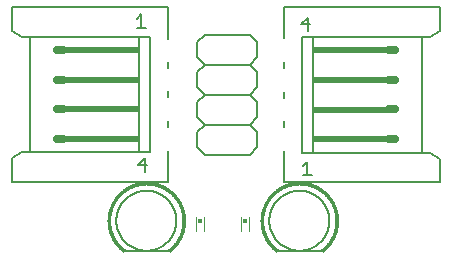
<source format=gto>
G75*
%MOIN*%
%OFA0B0*%
%FSLAX25Y25*%
%IPPOS*%
%LPD*%
%AMOC8*
5,1,8,0,0,1.08239X$1,22.5*
%
%ADD10C,0.00600*%
%ADD11C,0.00400*%
%ADD12R,0.01181X0.01181*%
%ADD13C,0.00800*%
%ADD14C,0.00100*%
%ADD15C,0.02600*%
%ADD16C,0.00500*%
%ADD17R,0.26000X0.02400*%
D10*
X0037000Y0017000D02*
X0037003Y0017245D01*
X0037012Y0017491D01*
X0037027Y0017736D01*
X0037048Y0017980D01*
X0037075Y0018224D01*
X0037108Y0018467D01*
X0037147Y0018710D01*
X0037192Y0018951D01*
X0037243Y0019191D01*
X0037300Y0019430D01*
X0037362Y0019667D01*
X0037431Y0019903D01*
X0037505Y0020137D01*
X0037585Y0020369D01*
X0037670Y0020599D01*
X0037761Y0020827D01*
X0037858Y0021052D01*
X0037960Y0021276D01*
X0038068Y0021496D01*
X0038181Y0021714D01*
X0038299Y0021929D01*
X0038423Y0022141D01*
X0038551Y0022350D01*
X0038685Y0022556D01*
X0038824Y0022758D01*
X0038968Y0022957D01*
X0039117Y0023152D01*
X0039270Y0023344D01*
X0039428Y0023532D01*
X0039590Y0023716D01*
X0039758Y0023895D01*
X0039929Y0024071D01*
X0040105Y0024242D01*
X0040284Y0024410D01*
X0040468Y0024572D01*
X0040656Y0024730D01*
X0040848Y0024883D01*
X0041043Y0025032D01*
X0041242Y0025176D01*
X0041444Y0025315D01*
X0041650Y0025449D01*
X0041859Y0025577D01*
X0042071Y0025701D01*
X0042286Y0025819D01*
X0042504Y0025932D01*
X0042724Y0026040D01*
X0042948Y0026142D01*
X0043173Y0026239D01*
X0043401Y0026330D01*
X0043631Y0026415D01*
X0043863Y0026495D01*
X0044097Y0026569D01*
X0044333Y0026638D01*
X0044570Y0026700D01*
X0044809Y0026757D01*
X0045049Y0026808D01*
X0045290Y0026853D01*
X0045533Y0026892D01*
X0045776Y0026925D01*
X0046020Y0026952D01*
X0046264Y0026973D01*
X0046509Y0026988D01*
X0046755Y0026997D01*
X0047000Y0027000D01*
X0047245Y0026997D01*
X0047491Y0026988D01*
X0047736Y0026973D01*
X0047980Y0026952D01*
X0048224Y0026925D01*
X0048467Y0026892D01*
X0048710Y0026853D01*
X0048951Y0026808D01*
X0049191Y0026757D01*
X0049430Y0026700D01*
X0049667Y0026638D01*
X0049903Y0026569D01*
X0050137Y0026495D01*
X0050369Y0026415D01*
X0050599Y0026330D01*
X0050827Y0026239D01*
X0051052Y0026142D01*
X0051276Y0026040D01*
X0051496Y0025932D01*
X0051714Y0025819D01*
X0051929Y0025701D01*
X0052141Y0025577D01*
X0052350Y0025449D01*
X0052556Y0025315D01*
X0052758Y0025176D01*
X0052957Y0025032D01*
X0053152Y0024883D01*
X0053344Y0024730D01*
X0053532Y0024572D01*
X0053716Y0024410D01*
X0053895Y0024242D01*
X0054071Y0024071D01*
X0054242Y0023895D01*
X0054410Y0023716D01*
X0054572Y0023532D01*
X0054730Y0023344D01*
X0054883Y0023152D01*
X0055032Y0022957D01*
X0055176Y0022758D01*
X0055315Y0022556D01*
X0055449Y0022350D01*
X0055577Y0022141D01*
X0055701Y0021929D01*
X0055819Y0021714D01*
X0055932Y0021496D01*
X0056040Y0021276D01*
X0056142Y0021052D01*
X0056239Y0020827D01*
X0056330Y0020599D01*
X0056415Y0020369D01*
X0056495Y0020137D01*
X0056569Y0019903D01*
X0056638Y0019667D01*
X0056700Y0019430D01*
X0056757Y0019191D01*
X0056808Y0018951D01*
X0056853Y0018710D01*
X0056892Y0018467D01*
X0056925Y0018224D01*
X0056952Y0017980D01*
X0056973Y0017736D01*
X0056988Y0017491D01*
X0056997Y0017245D01*
X0057000Y0017000D01*
X0056997Y0016755D01*
X0056988Y0016509D01*
X0056973Y0016264D01*
X0056952Y0016020D01*
X0056925Y0015776D01*
X0056892Y0015533D01*
X0056853Y0015290D01*
X0056808Y0015049D01*
X0056757Y0014809D01*
X0056700Y0014570D01*
X0056638Y0014333D01*
X0056569Y0014097D01*
X0056495Y0013863D01*
X0056415Y0013631D01*
X0056330Y0013401D01*
X0056239Y0013173D01*
X0056142Y0012948D01*
X0056040Y0012724D01*
X0055932Y0012504D01*
X0055819Y0012286D01*
X0055701Y0012071D01*
X0055577Y0011859D01*
X0055449Y0011650D01*
X0055315Y0011444D01*
X0055176Y0011242D01*
X0055032Y0011043D01*
X0054883Y0010848D01*
X0054730Y0010656D01*
X0054572Y0010468D01*
X0054410Y0010284D01*
X0054242Y0010105D01*
X0054071Y0009929D01*
X0053895Y0009758D01*
X0053716Y0009590D01*
X0053532Y0009428D01*
X0053344Y0009270D01*
X0053152Y0009117D01*
X0052957Y0008968D01*
X0052758Y0008824D01*
X0052556Y0008685D01*
X0052350Y0008551D01*
X0052141Y0008423D01*
X0051929Y0008299D01*
X0051714Y0008181D01*
X0051496Y0008068D01*
X0051276Y0007960D01*
X0051052Y0007858D01*
X0050827Y0007761D01*
X0050599Y0007670D01*
X0050369Y0007585D01*
X0050137Y0007505D01*
X0049903Y0007431D01*
X0049667Y0007362D01*
X0049430Y0007300D01*
X0049191Y0007243D01*
X0048951Y0007192D01*
X0048710Y0007147D01*
X0048467Y0007108D01*
X0048224Y0007075D01*
X0047980Y0007048D01*
X0047736Y0007027D01*
X0047491Y0007012D01*
X0047245Y0007003D01*
X0047000Y0007000D01*
X0046755Y0007003D01*
X0046509Y0007012D01*
X0046264Y0007027D01*
X0046020Y0007048D01*
X0045776Y0007075D01*
X0045533Y0007108D01*
X0045290Y0007147D01*
X0045049Y0007192D01*
X0044809Y0007243D01*
X0044570Y0007300D01*
X0044333Y0007362D01*
X0044097Y0007431D01*
X0043863Y0007505D01*
X0043631Y0007585D01*
X0043401Y0007670D01*
X0043173Y0007761D01*
X0042948Y0007858D01*
X0042724Y0007960D01*
X0042504Y0008068D01*
X0042286Y0008181D01*
X0042071Y0008299D01*
X0041859Y0008423D01*
X0041650Y0008551D01*
X0041444Y0008685D01*
X0041242Y0008824D01*
X0041043Y0008968D01*
X0040848Y0009117D01*
X0040656Y0009270D01*
X0040468Y0009428D01*
X0040284Y0009590D01*
X0040105Y0009758D01*
X0039929Y0009929D01*
X0039758Y0010105D01*
X0039590Y0010284D01*
X0039428Y0010468D01*
X0039270Y0010656D01*
X0039117Y0010848D01*
X0038968Y0011043D01*
X0038824Y0011242D01*
X0038685Y0011444D01*
X0038551Y0011650D01*
X0038423Y0011859D01*
X0038299Y0012071D01*
X0038181Y0012286D01*
X0038068Y0012504D01*
X0037960Y0012724D01*
X0037858Y0012948D01*
X0037761Y0013173D01*
X0037670Y0013401D01*
X0037585Y0013631D01*
X0037505Y0013863D01*
X0037431Y0014097D01*
X0037362Y0014333D01*
X0037300Y0014570D01*
X0037243Y0014809D01*
X0037192Y0015049D01*
X0037147Y0015290D01*
X0037108Y0015533D01*
X0037075Y0015776D01*
X0037048Y0016020D01*
X0037027Y0016264D01*
X0037012Y0016509D01*
X0037003Y0016755D01*
X0037000Y0017000D01*
X0054106Y0029862D02*
X0054106Y0040264D01*
X0048106Y0039862D02*
X0044606Y0039862D01*
X0008106Y0039862D01*
X0005606Y0039862D01*
X0002106Y0037862D01*
X0002106Y0029862D01*
X0054106Y0029862D01*
X0064000Y0041500D02*
X0066500Y0039000D01*
X0081500Y0039000D01*
X0084000Y0041500D01*
X0084000Y0046500D01*
X0081500Y0049000D01*
X0066500Y0049000D01*
X0064000Y0046500D01*
X0064000Y0041500D01*
X0054106Y0048165D02*
X0054106Y0050264D01*
X0064000Y0051500D02*
X0064000Y0056500D01*
X0066500Y0059000D01*
X0081500Y0059000D01*
X0084000Y0056500D01*
X0084000Y0051500D01*
X0081500Y0049000D01*
X0092894Y0048138D02*
X0092894Y0050138D01*
X0092894Y0057937D02*
X0092894Y0059937D01*
X0084000Y0061500D02*
X0081500Y0059000D01*
X0084000Y0061500D02*
X0084000Y0066500D01*
X0081500Y0069000D01*
X0066500Y0069000D01*
X0064000Y0066500D01*
X0064000Y0061500D01*
X0066500Y0059000D01*
X0064000Y0051500D02*
X0066500Y0049000D01*
X0054106Y0058063D02*
X0054106Y0060063D01*
X0054106Y0067862D02*
X0054106Y0069862D01*
X0064000Y0071500D02*
X0064000Y0076500D01*
X0066500Y0079000D01*
X0081500Y0079000D01*
X0084000Y0076500D01*
X0084000Y0071500D01*
X0081500Y0069000D01*
X0092894Y0069835D02*
X0092894Y0067736D01*
X0092894Y0077736D02*
X0092894Y0088138D01*
X0144894Y0088138D01*
X0144894Y0080138D01*
X0141394Y0078138D01*
X0138894Y0078138D01*
X0102394Y0078138D01*
X0098894Y0078138D01*
X0098894Y0039638D01*
X0102394Y0039638D01*
X0138894Y0039638D01*
X0138894Y0078138D01*
X0102394Y0078138D02*
X0102394Y0039638D01*
X0092894Y0040335D02*
X0092894Y0029736D01*
X0144894Y0029736D01*
X0144894Y0037638D01*
X0141394Y0039638D01*
X0138894Y0039638D01*
X0088000Y0017000D02*
X0088003Y0017245D01*
X0088012Y0017491D01*
X0088027Y0017736D01*
X0088048Y0017980D01*
X0088075Y0018224D01*
X0088108Y0018467D01*
X0088147Y0018710D01*
X0088192Y0018951D01*
X0088243Y0019191D01*
X0088300Y0019430D01*
X0088362Y0019667D01*
X0088431Y0019903D01*
X0088505Y0020137D01*
X0088585Y0020369D01*
X0088670Y0020599D01*
X0088761Y0020827D01*
X0088858Y0021052D01*
X0088960Y0021276D01*
X0089068Y0021496D01*
X0089181Y0021714D01*
X0089299Y0021929D01*
X0089423Y0022141D01*
X0089551Y0022350D01*
X0089685Y0022556D01*
X0089824Y0022758D01*
X0089968Y0022957D01*
X0090117Y0023152D01*
X0090270Y0023344D01*
X0090428Y0023532D01*
X0090590Y0023716D01*
X0090758Y0023895D01*
X0090929Y0024071D01*
X0091105Y0024242D01*
X0091284Y0024410D01*
X0091468Y0024572D01*
X0091656Y0024730D01*
X0091848Y0024883D01*
X0092043Y0025032D01*
X0092242Y0025176D01*
X0092444Y0025315D01*
X0092650Y0025449D01*
X0092859Y0025577D01*
X0093071Y0025701D01*
X0093286Y0025819D01*
X0093504Y0025932D01*
X0093724Y0026040D01*
X0093948Y0026142D01*
X0094173Y0026239D01*
X0094401Y0026330D01*
X0094631Y0026415D01*
X0094863Y0026495D01*
X0095097Y0026569D01*
X0095333Y0026638D01*
X0095570Y0026700D01*
X0095809Y0026757D01*
X0096049Y0026808D01*
X0096290Y0026853D01*
X0096533Y0026892D01*
X0096776Y0026925D01*
X0097020Y0026952D01*
X0097264Y0026973D01*
X0097509Y0026988D01*
X0097755Y0026997D01*
X0098000Y0027000D01*
X0098245Y0026997D01*
X0098491Y0026988D01*
X0098736Y0026973D01*
X0098980Y0026952D01*
X0099224Y0026925D01*
X0099467Y0026892D01*
X0099710Y0026853D01*
X0099951Y0026808D01*
X0100191Y0026757D01*
X0100430Y0026700D01*
X0100667Y0026638D01*
X0100903Y0026569D01*
X0101137Y0026495D01*
X0101369Y0026415D01*
X0101599Y0026330D01*
X0101827Y0026239D01*
X0102052Y0026142D01*
X0102276Y0026040D01*
X0102496Y0025932D01*
X0102714Y0025819D01*
X0102929Y0025701D01*
X0103141Y0025577D01*
X0103350Y0025449D01*
X0103556Y0025315D01*
X0103758Y0025176D01*
X0103957Y0025032D01*
X0104152Y0024883D01*
X0104344Y0024730D01*
X0104532Y0024572D01*
X0104716Y0024410D01*
X0104895Y0024242D01*
X0105071Y0024071D01*
X0105242Y0023895D01*
X0105410Y0023716D01*
X0105572Y0023532D01*
X0105730Y0023344D01*
X0105883Y0023152D01*
X0106032Y0022957D01*
X0106176Y0022758D01*
X0106315Y0022556D01*
X0106449Y0022350D01*
X0106577Y0022141D01*
X0106701Y0021929D01*
X0106819Y0021714D01*
X0106932Y0021496D01*
X0107040Y0021276D01*
X0107142Y0021052D01*
X0107239Y0020827D01*
X0107330Y0020599D01*
X0107415Y0020369D01*
X0107495Y0020137D01*
X0107569Y0019903D01*
X0107638Y0019667D01*
X0107700Y0019430D01*
X0107757Y0019191D01*
X0107808Y0018951D01*
X0107853Y0018710D01*
X0107892Y0018467D01*
X0107925Y0018224D01*
X0107952Y0017980D01*
X0107973Y0017736D01*
X0107988Y0017491D01*
X0107997Y0017245D01*
X0108000Y0017000D01*
X0107997Y0016755D01*
X0107988Y0016509D01*
X0107973Y0016264D01*
X0107952Y0016020D01*
X0107925Y0015776D01*
X0107892Y0015533D01*
X0107853Y0015290D01*
X0107808Y0015049D01*
X0107757Y0014809D01*
X0107700Y0014570D01*
X0107638Y0014333D01*
X0107569Y0014097D01*
X0107495Y0013863D01*
X0107415Y0013631D01*
X0107330Y0013401D01*
X0107239Y0013173D01*
X0107142Y0012948D01*
X0107040Y0012724D01*
X0106932Y0012504D01*
X0106819Y0012286D01*
X0106701Y0012071D01*
X0106577Y0011859D01*
X0106449Y0011650D01*
X0106315Y0011444D01*
X0106176Y0011242D01*
X0106032Y0011043D01*
X0105883Y0010848D01*
X0105730Y0010656D01*
X0105572Y0010468D01*
X0105410Y0010284D01*
X0105242Y0010105D01*
X0105071Y0009929D01*
X0104895Y0009758D01*
X0104716Y0009590D01*
X0104532Y0009428D01*
X0104344Y0009270D01*
X0104152Y0009117D01*
X0103957Y0008968D01*
X0103758Y0008824D01*
X0103556Y0008685D01*
X0103350Y0008551D01*
X0103141Y0008423D01*
X0102929Y0008299D01*
X0102714Y0008181D01*
X0102496Y0008068D01*
X0102276Y0007960D01*
X0102052Y0007858D01*
X0101827Y0007761D01*
X0101599Y0007670D01*
X0101369Y0007585D01*
X0101137Y0007505D01*
X0100903Y0007431D01*
X0100667Y0007362D01*
X0100430Y0007300D01*
X0100191Y0007243D01*
X0099951Y0007192D01*
X0099710Y0007147D01*
X0099467Y0007108D01*
X0099224Y0007075D01*
X0098980Y0007048D01*
X0098736Y0007027D01*
X0098491Y0007012D01*
X0098245Y0007003D01*
X0098000Y0007000D01*
X0097755Y0007003D01*
X0097509Y0007012D01*
X0097264Y0007027D01*
X0097020Y0007048D01*
X0096776Y0007075D01*
X0096533Y0007108D01*
X0096290Y0007147D01*
X0096049Y0007192D01*
X0095809Y0007243D01*
X0095570Y0007300D01*
X0095333Y0007362D01*
X0095097Y0007431D01*
X0094863Y0007505D01*
X0094631Y0007585D01*
X0094401Y0007670D01*
X0094173Y0007761D01*
X0093948Y0007858D01*
X0093724Y0007960D01*
X0093504Y0008068D01*
X0093286Y0008181D01*
X0093071Y0008299D01*
X0092859Y0008423D01*
X0092650Y0008551D01*
X0092444Y0008685D01*
X0092242Y0008824D01*
X0092043Y0008968D01*
X0091848Y0009117D01*
X0091656Y0009270D01*
X0091468Y0009428D01*
X0091284Y0009590D01*
X0091105Y0009758D01*
X0090929Y0009929D01*
X0090758Y0010105D01*
X0090590Y0010284D01*
X0090428Y0010468D01*
X0090270Y0010656D01*
X0090117Y0010848D01*
X0089968Y0011043D01*
X0089824Y0011242D01*
X0089685Y0011444D01*
X0089551Y0011650D01*
X0089423Y0011859D01*
X0089299Y0012071D01*
X0089181Y0012286D01*
X0089068Y0012504D01*
X0088960Y0012724D01*
X0088858Y0012948D01*
X0088761Y0013173D01*
X0088670Y0013401D01*
X0088585Y0013631D01*
X0088505Y0013863D01*
X0088431Y0014097D01*
X0088362Y0014333D01*
X0088300Y0014570D01*
X0088243Y0014809D01*
X0088192Y0015049D01*
X0088147Y0015290D01*
X0088108Y0015533D01*
X0088075Y0015776D01*
X0088048Y0016020D01*
X0088027Y0016264D01*
X0088012Y0016509D01*
X0088003Y0016755D01*
X0088000Y0017000D01*
X0048106Y0039862D02*
X0048106Y0078362D01*
X0044606Y0078362D01*
X0008106Y0078362D01*
X0008106Y0039862D01*
X0044606Y0039862D02*
X0044606Y0078362D01*
X0054106Y0077665D02*
X0054106Y0088264D01*
X0002106Y0088264D01*
X0002106Y0080362D01*
X0005606Y0078362D01*
X0008106Y0078362D01*
X0064000Y0071500D02*
X0066500Y0069000D01*
D11*
X0066378Y0018362D02*
X0066378Y0013638D01*
X0063622Y0013638D02*
X0063622Y0018362D01*
X0078622Y0018362D02*
X0078622Y0013638D01*
X0081378Y0013638D02*
X0081378Y0018362D01*
D12*
X0080000Y0016787D03*
X0065000Y0016787D03*
D13*
X0054500Y0007000D02*
X0039500Y0007000D01*
X0090500Y0007000D02*
X0105500Y0007000D01*
D14*
X0105809Y0006671D02*
X0105269Y0007391D01*
X0105270Y0007390D02*
X0105503Y0007571D01*
X0105731Y0007757D01*
X0105955Y0007949D01*
X0106174Y0008146D01*
X0106388Y0008348D01*
X0106597Y0008556D01*
X0106800Y0008769D01*
X0106999Y0008986D01*
X0107192Y0009209D01*
X0107380Y0009436D01*
X0107562Y0009667D01*
X0107739Y0009903D01*
X0107909Y0010144D01*
X0108074Y0010388D01*
X0108232Y0010636D01*
X0108385Y0010888D01*
X0108531Y0011144D01*
X0108671Y0011403D01*
X0108805Y0011666D01*
X0108932Y0011931D01*
X0109053Y0012200D01*
X0109167Y0012472D01*
X0109274Y0012746D01*
X0109375Y0013023D01*
X0109469Y0013302D01*
X0109556Y0013584D01*
X0109636Y0013867D01*
X0109709Y0014153D01*
X0109775Y0014440D01*
X0109834Y0014729D01*
X0109886Y0015019D01*
X0109931Y0015310D01*
X0109969Y0015602D01*
X0109999Y0015895D01*
X0110023Y0016189D01*
X0110039Y0016483D01*
X0110048Y0016777D01*
X0110050Y0017072D01*
X0110044Y0017367D01*
X0110032Y0017661D01*
X0110012Y0017955D01*
X0109985Y0018248D01*
X0109951Y0018541D01*
X0109910Y0018833D01*
X0109861Y0019123D01*
X0109806Y0019413D01*
X0109744Y0019700D01*
X0109674Y0019987D01*
X0109597Y0020271D01*
X0109514Y0020554D01*
X0109424Y0020834D01*
X0109327Y0021112D01*
X0109223Y0021388D01*
X0109112Y0021661D01*
X0108995Y0021931D01*
X0108871Y0022199D01*
X0108741Y0022463D01*
X0108604Y0022724D01*
X0108461Y0022981D01*
X0108311Y0023235D01*
X0108156Y0023486D01*
X0107994Y0023732D01*
X0107827Y0023974D01*
X0107653Y0024212D01*
X0107474Y0024446D01*
X0107289Y0024676D01*
X0107099Y0024900D01*
X0106903Y0025121D01*
X0106702Y0025336D01*
X0106495Y0025546D01*
X0106284Y0025751D01*
X0106067Y0025951D01*
X0105846Y0026146D01*
X0105620Y0026335D01*
X0105390Y0026518D01*
X0105155Y0026696D01*
X0104915Y0026868D01*
X0104672Y0027034D01*
X0104425Y0027194D01*
X0104174Y0027348D01*
X0103919Y0027496D01*
X0103660Y0027638D01*
X0103399Y0027773D01*
X0103134Y0027902D01*
X0102866Y0028024D01*
X0102595Y0028140D01*
X0102321Y0028249D01*
X0102045Y0028351D01*
X0101766Y0028446D01*
X0101485Y0028535D01*
X0101202Y0028617D01*
X0100917Y0028692D01*
X0100630Y0028759D01*
X0100342Y0028820D01*
X0100052Y0028874D01*
X0099761Y0028921D01*
X0099469Y0028960D01*
X0099177Y0028992D01*
X0098883Y0029018D01*
X0098589Y0029036D01*
X0098295Y0029046D01*
X0098000Y0029050D01*
X0097705Y0029046D01*
X0097411Y0029036D01*
X0097117Y0029018D01*
X0096823Y0028992D01*
X0096531Y0028960D01*
X0096239Y0028921D01*
X0095948Y0028874D01*
X0095658Y0028820D01*
X0095370Y0028759D01*
X0095083Y0028692D01*
X0094798Y0028617D01*
X0094515Y0028535D01*
X0094234Y0028446D01*
X0093955Y0028351D01*
X0093679Y0028249D01*
X0093405Y0028140D01*
X0093134Y0028024D01*
X0092866Y0027902D01*
X0092601Y0027773D01*
X0092340Y0027638D01*
X0092081Y0027496D01*
X0091826Y0027348D01*
X0091575Y0027194D01*
X0091328Y0027034D01*
X0091085Y0026868D01*
X0090845Y0026696D01*
X0090610Y0026518D01*
X0090380Y0026335D01*
X0090154Y0026146D01*
X0089933Y0025951D01*
X0089716Y0025751D01*
X0089505Y0025546D01*
X0089298Y0025336D01*
X0089097Y0025121D01*
X0088901Y0024900D01*
X0088711Y0024676D01*
X0088526Y0024446D01*
X0088347Y0024212D01*
X0088173Y0023974D01*
X0088006Y0023732D01*
X0087844Y0023486D01*
X0087689Y0023235D01*
X0087539Y0022981D01*
X0087396Y0022724D01*
X0087259Y0022463D01*
X0087129Y0022199D01*
X0087005Y0021931D01*
X0086888Y0021661D01*
X0086777Y0021388D01*
X0086673Y0021112D01*
X0086576Y0020834D01*
X0086486Y0020554D01*
X0086403Y0020271D01*
X0086326Y0019987D01*
X0086256Y0019700D01*
X0086194Y0019413D01*
X0086139Y0019123D01*
X0086090Y0018833D01*
X0086049Y0018541D01*
X0086015Y0018248D01*
X0085988Y0017955D01*
X0085968Y0017661D01*
X0085956Y0017367D01*
X0085950Y0017072D01*
X0085952Y0016777D01*
X0085961Y0016483D01*
X0085977Y0016189D01*
X0086001Y0015895D01*
X0086031Y0015602D01*
X0086069Y0015310D01*
X0086114Y0015019D01*
X0086166Y0014729D01*
X0086225Y0014440D01*
X0086291Y0014153D01*
X0086364Y0013867D01*
X0086444Y0013584D01*
X0086531Y0013302D01*
X0086625Y0013023D01*
X0086726Y0012746D01*
X0086833Y0012472D01*
X0086947Y0012200D01*
X0087068Y0011931D01*
X0087195Y0011666D01*
X0087329Y0011403D01*
X0087469Y0011144D01*
X0087615Y0010888D01*
X0087768Y0010636D01*
X0087926Y0010388D01*
X0088091Y0010144D01*
X0088261Y0009903D01*
X0088438Y0009667D01*
X0088620Y0009436D01*
X0088808Y0009209D01*
X0089001Y0008986D01*
X0089200Y0008769D01*
X0089403Y0008556D01*
X0089612Y0008348D01*
X0089826Y0008146D01*
X0090045Y0007949D01*
X0090269Y0007757D01*
X0090497Y0007571D01*
X0090730Y0007390D01*
X0090191Y0006671D01*
X0090190Y0006670D01*
X0089940Y0006864D01*
X0089694Y0007064D01*
X0089454Y0007270D01*
X0089219Y0007482D01*
X0088989Y0007700D01*
X0088764Y0007923D01*
X0088545Y0008151D01*
X0088331Y0008385D01*
X0088123Y0008624D01*
X0087921Y0008868D01*
X0087726Y0009117D01*
X0087536Y0009371D01*
X0087353Y0009629D01*
X0087176Y0009891D01*
X0087005Y0010158D01*
X0086841Y0010429D01*
X0086684Y0010704D01*
X0086533Y0010982D01*
X0086389Y0011265D01*
X0086253Y0011550D01*
X0086123Y0011839D01*
X0086000Y0012131D01*
X0085885Y0012426D01*
X0085777Y0012723D01*
X0085676Y0013024D01*
X0085582Y0013326D01*
X0085496Y0013631D01*
X0085417Y0013938D01*
X0085346Y0014246D01*
X0085283Y0014556D01*
X0085227Y0014868D01*
X0085178Y0015181D01*
X0085138Y0015495D01*
X0085105Y0015810D01*
X0085080Y0016126D01*
X0085062Y0016442D01*
X0085052Y0016758D01*
X0085050Y0017075D01*
X0085056Y0017392D01*
X0085069Y0017708D01*
X0085091Y0018024D01*
X0085119Y0018339D01*
X0085156Y0018654D01*
X0085200Y0018967D01*
X0085252Y0019280D01*
X0085312Y0019591D01*
X0085379Y0019900D01*
X0085454Y0020208D01*
X0085536Y0020514D01*
X0085625Y0020817D01*
X0085722Y0021119D01*
X0085827Y0021418D01*
X0085939Y0021714D01*
X0086057Y0022008D01*
X0086183Y0022298D01*
X0086316Y0022585D01*
X0086457Y0022870D01*
X0086604Y0023150D01*
X0086757Y0023427D01*
X0086918Y0023700D01*
X0087085Y0023969D01*
X0087259Y0024234D01*
X0087439Y0024494D01*
X0087625Y0024750D01*
X0087818Y0025001D01*
X0088016Y0025248D01*
X0088221Y0025490D01*
X0088431Y0025726D01*
X0088648Y0025958D01*
X0088870Y0026183D01*
X0089097Y0026404D01*
X0089329Y0026619D01*
X0089567Y0026828D01*
X0089810Y0027031D01*
X0090058Y0027229D01*
X0090310Y0027420D01*
X0090567Y0027605D01*
X0090829Y0027783D01*
X0091095Y0027955D01*
X0091364Y0028121D01*
X0091638Y0028280D01*
X0091916Y0028432D01*
X0092197Y0028577D01*
X0092482Y0028716D01*
X0092770Y0028847D01*
X0093062Y0028971D01*
X0093356Y0029089D01*
X0093653Y0029199D01*
X0093952Y0029301D01*
X0094254Y0029396D01*
X0094558Y0029484D01*
X0094865Y0029565D01*
X0095173Y0029638D01*
X0095483Y0029703D01*
X0095794Y0029761D01*
X0096107Y0029811D01*
X0096421Y0029853D01*
X0096735Y0029888D01*
X0097051Y0029915D01*
X0097367Y0029935D01*
X0097683Y0029946D01*
X0098000Y0029950D01*
X0098317Y0029946D01*
X0098633Y0029935D01*
X0098949Y0029915D01*
X0099265Y0029888D01*
X0099579Y0029853D01*
X0099893Y0029811D01*
X0100206Y0029761D01*
X0100517Y0029703D01*
X0100827Y0029638D01*
X0101135Y0029565D01*
X0101442Y0029484D01*
X0101746Y0029396D01*
X0102048Y0029301D01*
X0102347Y0029199D01*
X0102644Y0029089D01*
X0102938Y0028971D01*
X0103230Y0028847D01*
X0103518Y0028716D01*
X0103803Y0028577D01*
X0104084Y0028432D01*
X0104362Y0028280D01*
X0104636Y0028121D01*
X0104905Y0027955D01*
X0105171Y0027783D01*
X0105433Y0027605D01*
X0105690Y0027420D01*
X0105942Y0027229D01*
X0106190Y0027031D01*
X0106433Y0026828D01*
X0106671Y0026619D01*
X0106903Y0026404D01*
X0107130Y0026183D01*
X0107352Y0025958D01*
X0107569Y0025726D01*
X0107779Y0025490D01*
X0107984Y0025248D01*
X0108182Y0025001D01*
X0108375Y0024750D01*
X0108561Y0024494D01*
X0108741Y0024234D01*
X0108915Y0023969D01*
X0109082Y0023700D01*
X0109243Y0023427D01*
X0109396Y0023150D01*
X0109543Y0022870D01*
X0109684Y0022585D01*
X0109817Y0022298D01*
X0109943Y0022008D01*
X0110061Y0021714D01*
X0110173Y0021418D01*
X0110278Y0021119D01*
X0110375Y0020817D01*
X0110464Y0020514D01*
X0110546Y0020208D01*
X0110621Y0019900D01*
X0110688Y0019591D01*
X0110748Y0019280D01*
X0110800Y0018967D01*
X0110844Y0018654D01*
X0110881Y0018339D01*
X0110909Y0018024D01*
X0110931Y0017708D01*
X0110944Y0017392D01*
X0110950Y0017075D01*
X0110948Y0016758D01*
X0110938Y0016442D01*
X0110920Y0016126D01*
X0110895Y0015810D01*
X0110862Y0015495D01*
X0110822Y0015181D01*
X0110773Y0014868D01*
X0110717Y0014556D01*
X0110654Y0014246D01*
X0110583Y0013938D01*
X0110504Y0013631D01*
X0110418Y0013326D01*
X0110324Y0013024D01*
X0110223Y0012723D01*
X0110115Y0012426D01*
X0110000Y0012131D01*
X0109877Y0011839D01*
X0109747Y0011550D01*
X0109611Y0011265D01*
X0109467Y0010982D01*
X0109316Y0010704D01*
X0109159Y0010429D01*
X0108995Y0010158D01*
X0108824Y0009891D01*
X0108647Y0009629D01*
X0108464Y0009371D01*
X0108274Y0009117D01*
X0108079Y0008868D01*
X0107877Y0008624D01*
X0107669Y0008385D01*
X0107455Y0008151D01*
X0107236Y0007923D01*
X0107011Y0007700D01*
X0106781Y0007482D01*
X0106546Y0007270D01*
X0106306Y0007064D01*
X0106060Y0006864D01*
X0105810Y0006670D01*
X0105754Y0006745D01*
X0106002Y0006938D01*
X0106246Y0007137D01*
X0106484Y0007341D01*
X0106718Y0007551D01*
X0106946Y0007767D01*
X0107169Y0007989D01*
X0107387Y0008216D01*
X0107599Y0008448D01*
X0107805Y0008685D01*
X0108006Y0008927D01*
X0108200Y0009175D01*
X0108388Y0009426D01*
X0108570Y0009683D01*
X0108746Y0009943D01*
X0108915Y0010208D01*
X0109078Y0010477D01*
X0109234Y0010750D01*
X0109384Y0011026D01*
X0109526Y0011306D01*
X0109662Y0011590D01*
X0109791Y0011877D01*
X0109913Y0012167D01*
X0110027Y0012459D01*
X0110135Y0012755D01*
X0110235Y0013053D01*
X0110328Y0013353D01*
X0110413Y0013656D01*
X0110491Y0013960D01*
X0110562Y0014266D01*
X0110625Y0014574D01*
X0110681Y0014884D01*
X0110729Y0015194D01*
X0110769Y0015506D01*
X0110802Y0015819D01*
X0110827Y0016132D01*
X0110844Y0016446D01*
X0110854Y0016760D01*
X0110856Y0017075D01*
X0110850Y0017389D01*
X0110837Y0017703D01*
X0110816Y0018017D01*
X0110787Y0018330D01*
X0110751Y0018642D01*
X0110707Y0018953D01*
X0110655Y0019263D01*
X0110596Y0019572D01*
X0110529Y0019879D01*
X0110455Y0020185D01*
X0110374Y0020488D01*
X0110285Y0020790D01*
X0110188Y0021089D01*
X0110085Y0021386D01*
X0109974Y0021680D01*
X0109856Y0021971D01*
X0109731Y0022260D01*
X0109599Y0022545D01*
X0109460Y0022827D01*
X0109314Y0023105D01*
X0109161Y0023380D01*
X0109002Y0023651D01*
X0108836Y0023918D01*
X0108663Y0024181D01*
X0108485Y0024440D01*
X0108300Y0024694D01*
X0108108Y0024943D01*
X0107911Y0025188D01*
X0107708Y0025428D01*
X0107499Y0025663D01*
X0107284Y0025893D01*
X0107064Y0026117D01*
X0106839Y0026336D01*
X0106608Y0026549D01*
X0106372Y0026757D01*
X0106130Y0026959D01*
X0105885Y0027154D01*
X0105634Y0027344D01*
X0105379Y0027528D01*
X0105119Y0027705D01*
X0104855Y0027876D01*
X0104587Y0028040D01*
X0104315Y0028198D01*
X0104040Y0028349D01*
X0103760Y0028493D01*
X0103478Y0028631D01*
X0103192Y0028761D01*
X0102903Y0028885D01*
X0102610Y0029001D01*
X0102316Y0029110D01*
X0102018Y0029212D01*
X0101719Y0029306D01*
X0101416Y0029394D01*
X0101112Y0029474D01*
X0100807Y0029546D01*
X0100499Y0029611D01*
X0100190Y0029668D01*
X0099879Y0029718D01*
X0099568Y0029760D01*
X0099255Y0029795D01*
X0098942Y0029821D01*
X0098628Y0029841D01*
X0098314Y0029852D01*
X0098000Y0029856D01*
X0097686Y0029852D01*
X0097372Y0029841D01*
X0097058Y0029821D01*
X0096745Y0029795D01*
X0096432Y0029760D01*
X0096121Y0029718D01*
X0095810Y0029668D01*
X0095501Y0029611D01*
X0095193Y0029546D01*
X0094888Y0029474D01*
X0094584Y0029394D01*
X0094281Y0029306D01*
X0093982Y0029212D01*
X0093684Y0029110D01*
X0093390Y0029001D01*
X0093097Y0028885D01*
X0092808Y0028761D01*
X0092522Y0028631D01*
X0092240Y0028493D01*
X0091960Y0028349D01*
X0091685Y0028198D01*
X0091413Y0028040D01*
X0091145Y0027876D01*
X0090881Y0027705D01*
X0090621Y0027528D01*
X0090366Y0027344D01*
X0090115Y0027154D01*
X0089870Y0026959D01*
X0089628Y0026757D01*
X0089392Y0026549D01*
X0089161Y0026336D01*
X0088936Y0026117D01*
X0088716Y0025893D01*
X0088501Y0025663D01*
X0088292Y0025428D01*
X0088089Y0025188D01*
X0087892Y0024943D01*
X0087700Y0024694D01*
X0087515Y0024440D01*
X0087337Y0024181D01*
X0087164Y0023918D01*
X0086998Y0023651D01*
X0086839Y0023380D01*
X0086686Y0023105D01*
X0086540Y0022827D01*
X0086401Y0022545D01*
X0086269Y0022260D01*
X0086144Y0021971D01*
X0086026Y0021680D01*
X0085915Y0021386D01*
X0085812Y0021089D01*
X0085715Y0020790D01*
X0085626Y0020488D01*
X0085545Y0020185D01*
X0085471Y0019879D01*
X0085404Y0019572D01*
X0085345Y0019263D01*
X0085293Y0018953D01*
X0085249Y0018642D01*
X0085213Y0018330D01*
X0085184Y0018017D01*
X0085163Y0017703D01*
X0085150Y0017389D01*
X0085144Y0017075D01*
X0085146Y0016760D01*
X0085156Y0016446D01*
X0085173Y0016132D01*
X0085198Y0015819D01*
X0085231Y0015506D01*
X0085271Y0015194D01*
X0085319Y0014884D01*
X0085375Y0014574D01*
X0085438Y0014266D01*
X0085509Y0013960D01*
X0085587Y0013656D01*
X0085672Y0013353D01*
X0085765Y0013053D01*
X0085865Y0012755D01*
X0085973Y0012459D01*
X0086087Y0012167D01*
X0086209Y0011877D01*
X0086338Y0011590D01*
X0086474Y0011306D01*
X0086616Y0011026D01*
X0086766Y0010750D01*
X0086922Y0010477D01*
X0087085Y0010208D01*
X0087254Y0009943D01*
X0087430Y0009683D01*
X0087612Y0009426D01*
X0087800Y0009175D01*
X0087994Y0008927D01*
X0088195Y0008685D01*
X0088401Y0008448D01*
X0088613Y0008216D01*
X0088831Y0007989D01*
X0089054Y0007767D01*
X0089282Y0007551D01*
X0089516Y0007341D01*
X0089754Y0007137D01*
X0089998Y0006938D01*
X0090246Y0006745D01*
X0090303Y0006820D01*
X0090056Y0007012D01*
X0089814Y0007209D01*
X0089577Y0007412D01*
X0089346Y0007621D01*
X0089119Y0007835D01*
X0088897Y0008055D01*
X0088681Y0008280D01*
X0088471Y0008511D01*
X0088266Y0008746D01*
X0088067Y0008987D01*
X0087874Y0009232D01*
X0087688Y0009482D01*
X0087507Y0009736D01*
X0087332Y0009995D01*
X0087164Y0010258D01*
X0087003Y0010525D01*
X0086848Y0010796D01*
X0086699Y0011070D01*
X0086558Y0011348D01*
X0086423Y0011630D01*
X0086295Y0011914D01*
X0086174Y0012202D01*
X0086060Y0012493D01*
X0085954Y0012786D01*
X0085854Y0013082D01*
X0085762Y0013380D01*
X0085677Y0013680D01*
X0085600Y0013983D01*
X0085530Y0014287D01*
X0085467Y0014592D01*
X0085412Y0014899D01*
X0085364Y0015208D01*
X0085324Y0015517D01*
X0085292Y0015828D01*
X0085267Y0016139D01*
X0085250Y0016450D01*
X0085240Y0016762D01*
X0085238Y0017074D01*
X0085244Y0017386D01*
X0085257Y0017698D01*
X0085278Y0018009D01*
X0085306Y0018320D01*
X0085343Y0018630D01*
X0085386Y0018939D01*
X0085437Y0019247D01*
X0085496Y0019554D01*
X0085562Y0019858D01*
X0085636Y0020162D01*
X0085717Y0020463D01*
X0085805Y0020762D01*
X0085901Y0021059D01*
X0086004Y0021354D01*
X0086114Y0021646D01*
X0086231Y0021935D01*
X0086355Y0022222D01*
X0086486Y0022505D01*
X0086624Y0022785D01*
X0086769Y0023061D01*
X0086921Y0023334D01*
X0087079Y0023603D01*
X0087244Y0023868D01*
X0087415Y0024129D01*
X0087592Y0024385D01*
X0087776Y0024638D01*
X0087966Y0024885D01*
X0088161Y0025128D01*
X0088363Y0025367D01*
X0088571Y0025600D01*
X0088784Y0025828D01*
X0089002Y0026050D01*
X0089226Y0026268D01*
X0089455Y0026479D01*
X0089690Y0026685D01*
X0089929Y0026886D01*
X0090173Y0027080D01*
X0090422Y0027268D01*
X0090675Y0027451D01*
X0090933Y0027627D01*
X0091195Y0027796D01*
X0091461Y0027959D01*
X0091731Y0028116D01*
X0092005Y0028266D01*
X0092282Y0028409D01*
X0092562Y0028546D01*
X0092846Y0028675D01*
X0093133Y0028798D01*
X0093423Y0028913D01*
X0093716Y0029021D01*
X0094011Y0029123D01*
X0094309Y0029217D01*
X0094609Y0029303D01*
X0094910Y0029382D01*
X0095214Y0029454D01*
X0095519Y0029519D01*
X0095826Y0029576D01*
X0096134Y0029625D01*
X0096444Y0029667D01*
X0096754Y0029701D01*
X0097065Y0029728D01*
X0097376Y0029747D01*
X0097688Y0029758D01*
X0098000Y0029762D01*
X0098312Y0029758D01*
X0098624Y0029747D01*
X0098935Y0029728D01*
X0099246Y0029701D01*
X0099556Y0029667D01*
X0099866Y0029625D01*
X0100174Y0029576D01*
X0100481Y0029519D01*
X0100786Y0029454D01*
X0101090Y0029382D01*
X0101391Y0029303D01*
X0101691Y0029217D01*
X0101989Y0029123D01*
X0102284Y0029021D01*
X0102577Y0028913D01*
X0102867Y0028798D01*
X0103154Y0028675D01*
X0103438Y0028546D01*
X0103718Y0028409D01*
X0103995Y0028266D01*
X0104269Y0028116D01*
X0104539Y0027959D01*
X0104805Y0027796D01*
X0105067Y0027627D01*
X0105325Y0027451D01*
X0105578Y0027268D01*
X0105827Y0027080D01*
X0106071Y0026886D01*
X0106310Y0026685D01*
X0106545Y0026479D01*
X0106774Y0026268D01*
X0106998Y0026050D01*
X0107216Y0025828D01*
X0107429Y0025600D01*
X0107637Y0025367D01*
X0107839Y0025128D01*
X0108034Y0024885D01*
X0108224Y0024638D01*
X0108408Y0024385D01*
X0108585Y0024129D01*
X0108756Y0023868D01*
X0108921Y0023603D01*
X0109079Y0023334D01*
X0109231Y0023061D01*
X0109376Y0022785D01*
X0109514Y0022505D01*
X0109645Y0022222D01*
X0109769Y0021935D01*
X0109886Y0021646D01*
X0109996Y0021354D01*
X0110099Y0021059D01*
X0110195Y0020762D01*
X0110283Y0020463D01*
X0110364Y0020162D01*
X0110438Y0019858D01*
X0110504Y0019554D01*
X0110563Y0019247D01*
X0110614Y0018939D01*
X0110657Y0018630D01*
X0110694Y0018320D01*
X0110722Y0018009D01*
X0110743Y0017698D01*
X0110756Y0017386D01*
X0110762Y0017074D01*
X0110760Y0016762D01*
X0110750Y0016450D01*
X0110733Y0016139D01*
X0110708Y0015828D01*
X0110676Y0015517D01*
X0110636Y0015208D01*
X0110588Y0014899D01*
X0110533Y0014592D01*
X0110470Y0014287D01*
X0110400Y0013983D01*
X0110323Y0013680D01*
X0110238Y0013380D01*
X0110146Y0013082D01*
X0110046Y0012786D01*
X0109940Y0012493D01*
X0109826Y0012202D01*
X0109705Y0011914D01*
X0109577Y0011630D01*
X0109442Y0011348D01*
X0109301Y0011070D01*
X0109152Y0010796D01*
X0108997Y0010525D01*
X0108836Y0010258D01*
X0108668Y0009995D01*
X0108493Y0009736D01*
X0108312Y0009482D01*
X0108126Y0009232D01*
X0107933Y0008987D01*
X0107734Y0008746D01*
X0107529Y0008511D01*
X0107319Y0008280D01*
X0107103Y0008055D01*
X0106881Y0007835D01*
X0106654Y0007621D01*
X0106423Y0007412D01*
X0106186Y0007209D01*
X0105944Y0007012D01*
X0105697Y0006820D01*
X0105641Y0006896D01*
X0105886Y0007086D01*
X0106126Y0007281D01*
X0106361Y0007483D01*
X0106591Y0007690D01*
X0106816Y0007903D01*
X0107036Y0008121D01*
X0107250Y0008345D01*
X0107459Y0008574D01*
X0107662Y0008807D01*
X0107860Y0009046D01*
X0108051Y0009289D01*
X0108237Y0009538D01*
X0108416Y0009790D01*
X0108589Y0010047D01*
X0108756Y0010308D01*
X0108917Y0010573D01*
X0109070Y0010842D01*
X0109218Y0011114D01*
X0109358Y0011390D01*
X0109492Y0011670D01*
X0109619Y0011952D01*
X0109739Y0012238D01*
X0109852Y0012526D01*
X0109958Y0012817D01*
X0110056Y0013111D01*
X0110148Y0013407D01*
X0110232Y0013705D01*
X0110309Y0014005D01*
X0110378Y0014307D01*
X0110441Y0014610D01*
X0110495Y0014915D01*
X0110543Y0015221D01*
X0110582Y0015529D01*
X0110614Y0015837D01*
X0110639Y0016145D01*
X0110656Y0016455D01*
X0110666Y0016764D01*
X0110668Y0017074D01*
X0110662Y0017384D01*
X0110649Y0017693D01*
X0110628Y0018002D01*
X0110600Y0018311D01*
X0110564Y0018618D01*
X0110521Y0018925D01*
X0110470Y0019231D01*
X0110412Y0019535D01*
X0110346Y0019838D01*
X0110273Y0020139D01*
X0110193Y0020438D01*
X0110105Y0020735D01*
X0110010Y0021030D01*
X0109908Y0021322D01*
X0109799Y0021612D01*
X0109682Y0021899D01*
X0109559Y0022183D01*
X0109429Y0022464D01*
X0109292Y0022742D01*
X0109148Y0023016D01*
X0108998Y0023287D01*
X0108841Y0023554D01*
X0108677Y0023817D01*
X0108507Y0024076D01*
X0108331Y0024331D01*
X0108149Y0024582D01*
X0107960Y0024827D01*
X0107766Y0025069D01*
X0107566Y0025305D01*
X0107360Y0025536D01*
X0107148Y0025763D01*
X0106931Y0025984D01*
X0106709Y0026199D01*
X0106482Y0026410D01*
X0106249Y0026614D01*
X0106011Y0026813D01*
X0105769Y0027006D01*
X0105522Y0027193D01*
X0105271Y0027374D01*
X0105015Y0027548D01*
X0104755Y0027717D01*
X0104491Y0027879D01*
X0104223Y0028034D01*
X0103951Y0028183D01*
X0103676Y0028325D01*
X0103397Y0028461D01*
X0103116Y0028589D01*
X0102831Y0028711D01*
X0102543Y0028825D01*
X0102252Y0028933D01*
X0101959Y0029033D01*
X0101664Y0029127D01*
X0101366Y0029213D01*
X0101067Y0029291D01*
X0100765Y0029362D01*
X0100462Y0029426D01*
X0100158Y0029483D01*
X0099852Y0029532D01*
X0099545Y0029573D01*
X0099237Y0029607D01*
X0098928Y0029634D01*
X0098619Y0029653D01*
X0098310Y0029664D01*
X0098000Y0029668D01*
X0097690Y0029664D01*
X0097381Y0029653D01*
X0097072Y0029634D01*
X0096763Y0029607D01*
X0096455Y0029573D01*
X0096148Y0029532D01*
X0095842Y0029483D01*
X0095538Y0029426D01*
X0095235Y0029362D01*
X0094933Y0029291D01*
X0094634Y0029213D01*
X0094336Y0029127D01*
X0094041Y0029033D01*
X0093748Y0028933D01*
X0093457Y0028825D01*
X0093169Y0028711D01*
X0092884Y0028589D01*
X0092603Y0028461D01*
X0092324Y0028325D01*
X0092049Y0028183D01*
X0091777Y0028034D01*
X0091509Y0027879D01*
X0091245Y0027717D01*
X0090985Y0027548D01*
X0090729Y0027374D01*
X0090478Y0027193D01*
X0090231Y0027006D01*
X0089989Y0026813D01*
X0089751Y0026614D01*
X0089518Y0026410D01*
X0089291Y0026199D01*
X0089069Y0025984D01*
X0088852Y0025763D01*
X0088640Y0025536D01*
X0088434Y0025305D01*
X0088234Y0025069D01*
X0088040Y0024827D01*
X0087851Y0024582D01*
X0087669Y0024331D01*
X0087493Y0024076D01*
X0087323Y0023817D01*
X0087159Y0023554D01*
X0087002Y0023287D01*
X0086852Y0023016D01*
X0086708Y0022742D01*
X0086571Y0022464D01*
X0086441Y0022183D01*
X0086318Y0021899D01*
X0086201Y0021612D01*
X0086092Y0021322D01*
X0085990Y0021030D01*
X0085895Y0020735D01*
X0085807Y0020438D01*
X0085727Y0020139D01*
X0085654Y0019838D01*
X0085588Y0019535D01*
X0085530Y0019231D01*
X0085479Y0018925D01*
X0085436Y0018618D01*
X0085400Y0018311D01*
X0085372Y0018002D01*
X0085351Y0017693D01*
X0085338Y0017384D01*
X0085332Y0017074D01*
X0085334Y0016764D01*
X0085344Y0016455D01*
X0085361Y0016145D01*
X0085386Y0015837D01*
X0085418Y0015529D01*
X0085457Y0015221D01*
X0085505Y0014915D01*
X0085559Y0014610D01*
X0085622Y0014307D01*
X0085691Y0014005D01*
X0085768Y0013705D01*
X0085852Y0013407D01*
X0085944Y0013111D01*
X0086042Y0012817D01*
X0086148Y0012526D01*
X0086261Y0012238D01*
X0086381Y0011952D01*
X0086508Y0011670D01*
X0086642Y0011390D01*
X0086782Y0011114D01*
X0086930Y0010842D01*
X0087083Y0010573D01*
X0087244Y0010308D01*
X0087411Y0010047D01*
X0087584Y0009790D01*
X0087763Y0009538D01*
X0087949Y0009289D01*
X0088140Y0009046D01*
X0088338Y0008807D01*
X0088541Y0008574D01*
X0088750Y0008345D01*
X0088964Y0008121D01*
X0089184Y0007903D01*
X0089409Y0007690D01*
X0089639Y0007483D01*
X0089874Y0007281D01*
X0090114Y0007086D01*
X0090359Y0006896D01*
X0090416Y0006971D01*
X0090173Y0007159D01*
X0089934Y0007354D01*
X0089701Y0007554D01*
X0089473Y0007759D01*
X0089249Y0007971D01*
X0089031Y0008187D01*
X0088818Y0008409D01*
X0088611Y0008636D01*
X0088409Y0008868D01*
X0088213Y0009105D01*
X0088023Y0009347D01*
X0087839Y0009593D01*
X0087661Y0009844D01*
X0087489Y0010099D01*
X0087324Y0010358D01*
X0087164Y0010621D01*
X0087012Y0010888D01*
X0086865Y0011158D01*
X0086726Y0011432D01*
X0086593Y0011709D01*
X0086467Y0011990D01*
X0086348Y0012273D01*
X0086236Y0012560D01*
X0086131Y0012849D01*
X0086033Y0013140D01*
X0085942Y0013434D01*
X0085859Y0013730D01*
X0085782Y0014027D01*
X0085713Y0014327D01*
X0085652Y0014628D01*
X0085597Y0014931D01*
X0085551Y0015235D01*
X0085511Y0015540D01*
X0085479Y0015845D01*
X0085455Y0016152D01*
X0085438Y0016459D01*
X0085428Y0016766D01*
X0085426Y0017074D01*
X0085432Y0017381D01*
X0085445Y0017688D01*
X0085465Y0017995D01*
X0085494Y0018301D01*
X0085529Y0018607D01*
X0085572Y0018911D01*
X0085623Y0019214D01*
X0085680Y0019516D01*
X0085746Y0019817D01*
X0085818Y0020116D01*
X0085898Y0020412D01*
X0085985Y0020707D01*
X0086079Y0021000D01*
X0086181Y0021290D01*
X0086289Y0021578D01*
X0086404Y0021863D01*
X0086527Y0022145D01*
X0086656Y0022424D01*
X0086792Y0022700D01*
X0086935Y0022972D01*
X0087084Y0023241D01*
X0087240Y0023506D01*
X0087402Y0023767D01*
X0087571Y0024024D01*
X0087746Y0024277D01*
X0087927Y0024525D01*
X0088114Y0024769D01*
X0088307Y0025009D01*
X0088505Y0025243D01*
X0088710Y0025473D01*
X0088920Y0025698D01*
X0089135Y0025917D01*
X0089356Y0026131D01*
X0089581Y0026340D01*
X0089812Y0026543D01*
X0090048Y0026740D01*
X0090289Y0026932D01*
X0090534Y0027117D01*
X0090783Y0027297D01*
X0091037Y0027470D01*
X0091295Y0027637D01*
X0091557Y0027798D01*
X0091823Y0027952D01*
X0092093Y0028100D01*
X0092366Y0028241D01*
X0092643Y0028376D01*
X0092922Y0028503D01*
X0093205Y0028624D01*
X0093491Y0028738D01*
X0093779Y0028844D01*
X0094070Y0028944D01*
X0094363Y0029037D01*
X0094659Y0029122D01*
X0094956Y0029200D01*
X0095255Y0029271D01*
X0095556Y0029334D01*
X0095858Y0029390D01*
X0096162Y0029439D01*
X0096467Y0029480D01*
X0096772Y0029514D01*
X0097078Y0029540D01*
X0097385Y0029559D01*
X0097693Y0029570D01*
X0098000Y0029574D01*
X0098307Y0029570D01*
X0098615Y0029559D01*
X0098922Y0029540D01*
X0099228Y0029514D01*
X0099533Y0029480D01*
X0099838Y0029439D01*
X0100142Y0029390D01*
X0100444Y0029334D01*
X0100745Y0029271D01*
X0101044Y0029200D01*
X0101341Y0029122D01*
X0101637Y0029037D01*
X0101930Y0028944D01*
X0102221Y0028844D01*
X0102509Y0028738D01*
X0102795Y0028624D01*
X0103078Y0028503D01*
X0103357Y0028376D01*
X0103634Y0028241D01*
X0103907Y0028100D01*
X0104177Y0027952D01*
X0104443Y0027798D01*
X0104705Y0027637D01*
X0104963Y0027470D01*
X0105217Y0027297D01*
X0105466Y0027117D01*
X0105711Y0026932D01*
X0105952Y0026740D01*
X0106188Y0026543D01*
X0106419Y0026340D01*
X0106644Y0026131D01*
X0106865Y0025917D01*
X0107080Y0025698D01*
X0107290Y0025473D01*
X0107495Y0025243D01*
X0107693Y0025009D01*
X0107886Y0024769D01*
X0108073Y0024525D01*
X0108254Y0024277D01*
X0108429Y0024024D01*
X0108598Y0023767D01*
X0108760Y0023506D01*
X0108916Y0023241D01*
X0109065Y0022972D01*
X0109208Y0022700D01*
X0109344Y0022424D01*
X0109473Y0022145D01*
X0109596Y0021863D01*
X0109711Y0021578D01*
X0109819Y0021290D01*
X0109921Y0021000D01*
X0110015Y0020707D01*
X0110102Y0020412D01*
X0110182Y0020116D01*
X0110254Y0019817D01*
X0110320Y0019516D01*
X0110377Y0019214D01*
X0110428Y0018911D01*
X0110471Y0018607D01*
X0110506Y0018301D01*
X0110535Y0017995D01*
X0110555Y0017688D01*
X0110568Y0017381D01*
X0110574Y0017074D01*
X0110572Y0016766D01*
X0110562Y0016459D01*
X0110545Y0016152D01*
X0110521Y0015845D01*
X0110489Y0015540D01*
X0110449Y0015235D01*
X0110403Y0014931D01*
X0110348Y0014628D01*
X0110287Y0014327D01*
X0110218Y0014027D01*
X0110141Y0013730D01*
X0110058Y0013434D01*
X0109967Y0013140D01*
X0109869Y0012849D01*
X0109764Y0012560D01*
X0109652Y0012273D01*
X0109533Y0011990D01*
X0109407Y0011709D01*
X0109274Y0011432D01*
X0109135Y0011158D01*
X0108988Y0010888D01*
X0108836Y0010621D01*
X0108676Y0010358D01*
X0108511Y0010099D01*
X0108339Y0009844D01*
X0108161Y0009593D01*
X0107977Y0009347D01*
X0107787Y0009105D01*
X0107591Y0008868D01*
X0107389Y0008636D01*
X0107182Y0008409D01*
X0106969Y0008187D01*
X0106751Y0007971D01*
X0106527Y0007759D01*
X0106299Y0007554D01*
X0106066Y0007354D01*
X0105827Y0007159D01*
X0105584Y0006971D01*
X0105528Y0007046D01*
X0105769Y0007233D01*
X0106006Y0007426D01*
X0106237Y0007625D01*
X0106464Y0007829D01*
X0106686Y0008038D01*
X0106902Y0008253D01*
X0107113Y0008474D01*
X0107319Y0008699D01*
X0107519Y0008929D01*
X0107714Y0009165D01*
X0107902Y0009404D01*
X0108085Y0009649D01*
X0108262Y0009898D01*
X0108432Y0010151D01*
X0108597Y0010408D01*
X0108755Y0010669D01*
X0108906Y0010934D01*
X0109051Y0011202D01*
X0109190Y0011474D01*
X0109322Y0011749D01*
X0109447Y0012028D01*
X0109565Y0012309D01*
X0109676Y0012593D01*
X0109780Y0012880D01*
X0109878Y0013169D01*
X0109968Y0013461D01*
X0110051Y0013754D01*
X0110126Y0014050D01*
X0110195Y0014347D01*
X0110256Y0014646D01*
X0110310Y0014947D01*
X0110356Y0015248D01*
X0110396Y0015551D01*
X0110427Y0015854D01*
X0110452Y0016159D01*
X0110468Y0016463D01*
X0110478Y0016768D01*
X0110480Y0017073D01*
X0110474Y0017378D01*
X0110461Y0017683D01*
X0110441Y0017988D01*
X0110413Y0018292D01*
X0110378Y0018595D01*
X0110335Y0018897D01*
X0110285Y0019198D01*
X0110228Y0019498D01*
X0110163Y0019796D01*
X0110091Y0020092D01*
X0110012Y0020387D01*
X0109925Y0020680D01*
X0109832Y0020970D01*
X0109731Y0021258D01*
X0109623Y0021544D01*
X0109509Y0021827D01*
X0109387Y0022107D01*
X0109259Y0022384D01*
X0109124Y0022657D01*
X0108983Y0022927D01*
X0108834Y0023194D01*
X0108680Y0023457D01*
X0108519Y0023716D01*
X0108351Y0023972D01*
X0108178Y0024223D01*
X0107998Y0024469D01*
X0107812Y0024711D01*
X0107621Y0024949D01*
X0107424Y0025182D01*
X0107221Y0025410D01*
X0107012Y0025633D01*
X0106799Y0025851D01*
X0106580Y0026063D01*
X0106356Y0026270D01*
X0106126Y0026472D01*
X0105892Y0026668D01*
X0105654Y0026858D01*
X0105410Y0027042D01*
X0105163Y0027220D01*
X0104911Y0027392D01*
X0104654Y0027558D01*
X0104394Y0027717D01*
X0104130Y0027871D01*
X0103863Y0028017D01*
X0103592Y0028157D01*
X0103317Y0028291D01*
X0103040Y0028417D01*
X0102759Y0028537D01*
X0102475Y0028650D01*
X0102189Y0028756D01*
X0101901Y0028855D01*
X0101610Y0028947D01*
X0101316Y0029031D01*
X0101021Y0029109D01*
X0100724Y0029179D01*
X0100426Y0029242D01*
X0100126Y0029298D01*
X0099824Y0029346D01*
X0099522Y0029387D01*
X0099219Y0029420D01*
X0098915Y0029446D01*
X0098610Y0029465D01*
X0098305Y0029476D01*
X0098000Y0029480D01*
X0097695Y0029476D01*
X0097390Y0029465D01*
X0097085Y0029446D01*
X0096781Y0029420D01*
X0096478Y0029387D01*
X0096176Y0029346D01*
X0095874Y0029298D01*
X0095574Y0029242D01*
X0095276Y0029179D01*
X0094979Y0029109D01*
X0094684Y0029031D01*
X0094390Y0028947D01*
X0094099Y0028855D01*
X0093811Y0028756D01*
X0093525Y0028650D01*
X0093241Y0028537D01*
X0092960Y0028417D01*
X0092683Y0028291D01*
X0092408Y0028157D01*
X0092137Y0028017D01*
X0091870Y0027871D01*
X0091606Y0027717D01*
X0091346Y0027558D01*
X0091089Y0027392D01*
X0090837Y0027220D01*
X0090590Y0027042D01*
X0090346Y0026858D01*
X0090108Y0026668D01*
X0089874Y0026472D01*
X0089644Y0026270D01*
X0089420Y0026063D01*
X0089201Y0025851D01*
X0088988Y0025633D01*
X0088779Y0025410D01*
X0088576Y0025182D01*
X0088379Y0024949D01*
X0088188Y0024711D01*
X0088002Y0024469D01*
X0087822Y0024223D01*
X0087649Y0023972D01*
X0087481Y0023716D01*
X0087320Y0023457D01*
X0087166Y0023194D01*
X0087017Y0022927D01*
X0086876Y0022657D01*
X0086741Y0022384D01*
X0086613Y0022107D01*
X0086491Y0021827D01*
X0086377Y0021544D01*
X0086269Y0021258D01*
X0086168Y0020970D01*
X0086075Y0020680D01*
X0085988Y0020387D01*
X0085909Y0020092D01*
X0085837Y0019796D01*
X0085772Y0019498D01*
X0085715Y0019198D01*
X0085665Y0018897D01*
X0085622Y0018595D01*
X0085587Y0018292D01*
X0085559Y0017988D01*
X0085539Y0017683D01*
X0085526Y0017378D01*
X0085520Y0017073D01*
X0085522Y0016768D01*
X0085532Y0016463D01*
X0085548Y0016159D01*
X0085573Y0015854D01*
X0085604Y0015551D01*
X0085644Y0015248D01*
X0085690Y0014947D01*
X0085744Y0014646D01*
X0085805Y0014347D01*
X0085874Y0014050D01*
X0085949Y0013754D01*
X0086032Y0013461D01*
X0086122Y0013169D01*
X0086220Y0012880D01*
X0086324Y0012593D01*
X0086435Y0012309D01*
X0086553Y0012028D01*
X0086678Y0011749D01*
X0086810Y0011474D01*
X0086949Y0011202D01*
X0087094Y0010934D01*
X0087245Y0010669D01*
X0087403Y0010408D01*
X0087568Y0010151D01*
X0087738Y0009898D01*
X0087915Y0009649D01*
X0088098Y0009404D01*
X0088286Y0009165D01*
X0088481Y0008929D01*
X0088681Y0008699D01*
X0088887Y0008474D01*
X0089098Y0008253D01*
X0089314Y0008038D01*
X0089536Y0007829D01*
X0089763Y0007625D01*
X0089994Y0007426D01*
X0090231Y0007233D01*
X0090472Y0007046D01*
X0090528Y0007121D01*
X0090289Y0007307D01*
X0090054Y0007498D01*
X0089825Y0007695D01*
X0089600Y0007898D01*
X0089379Y0008106D01*
X0089165Y0008320D01*
X0088955Y0008538D01*
X0088751Y0008762D01*
X0088552Y0008990D01*
X0088359Y0009224D01*
X0088172Y0009462D01*
X0087991Y0009704D01*
X0087815Y0009951D01*
X0087646Y0010202D01*
X0087483Y0010458D01*
X0087326Y0010717D01*
X0087176Y0010980D01*
X0087032Y0011246D01*
X0086894Y0011516D01*
X0086763Y0011789D01*
X0086639Y0012065D01*
X0086522Y0012345D01*
X0086412Y0012627D01*
X0086308Y0012911D01*
X0086212Y0013198D01*
X0086122Y0013488D01*
X0086040Y0013779D01*
X0085965Y0014072D01*
X0085897Y0014368D01*
X0085836Y0014664D01*
X0085783Y0014962D01*
X0085737Y0015262D01*
X0085698Y0015562D01*
X0085666Y0015863D01*
X0085642Y0016165D01*
X0085625Y0016468D01*
X0085616Y0016770D01*
X0085614Y0017073D01*
X0085620Y0017376D01*
X0085633Y0017678D01*
X0085653Y0017981D01*
X0085681Y0018282D01*
X0085716Y0018583D01*
X0085758Y0018883D01*
X0085808Y0019182D01*
X0085865Y0019479D01*
X0085929Y0019775D01*
X0086000Y0020069D01*
X0086079Y0020362D01*
X0086165Y0020652D01*
X0086258Y0020941D01*
X0086357Y0021226D01*
X0086464Y0021510D01*
X0086578Y0021790D01*
X0086698Y0022068D01*
X0086826Y0022343D01*
X0086960Y0022615D01*
X0087100Y0022883D01*
X0087247Y0023148D01*
X0087401Y0023409D01*
X0087561Y0023666D01*
X0087727Y0023919D01*
X0087899Y0024168D01*
X0088077Y0024413D01*
X0088262Y0024654D01*
X0088452Y0024889D01*
X0088647Y0025120D01*
X0088849Y0025347D01*
X0089055Y0025568D01*
X0089268Y0025784D01*
X0089485Y0025995D01*
X0089707Y0026200D01*
X0089935Y0026400D01*
X0090167Y0026595D01*
X0090404Y0026783D01*
X0090646Y0026966D01*
X0090891Y0027143D01*
X0091142Y0027314D01*
X0091396Y0027478D01*
X0091654Y0027637D01*
X0091916Y0027789D01*
X0092181Y0027934D01*
X0092450Y0028073D01*
X0092723Y0028206D01*
X0092998Y0028331D01*
X0093277Y0028450D01*
X0093558Y0028562D01*
X0093842Y0028667D01*
X0094129Y0028766D01*
X0094418Y0028857D01*
X0094709Y0028941D01*
X0095002Y0029018D01*
X0095296Y0029087D01*
X0095593Y0029150D01*
X0095890Y0029205D01*
X0096189Y0029253D01*
X0096489Y0029294D01*
X0096791Y0029327D01*
X0097092Y0029353D01*
X0097395Y0029371D01*
X0097697Y0029382D01*
X0098000Y0029386D01*
X0098303Y0029382D01*
X0098605Y0029371D01*
X0098908Y0029353D01*
X0099209Y0029327D01*
X0099511Y0029294D01*
X0099811Y0029253D01*
X0100110Y0029205D01*
X0100407Y0029150D01*
X0100704Y0029087D01*
X0100998Y0029018D01*
X0101291Y0028941D01*
X0101582Y0028857D01*
X0101871Y0028766D01*
X0102158Y0028667D01*
X0102442Y0028562D01*
X0102723Y0028450D01*
X0103002Y0028331D01*
X0103277Y0028206D01*
X0103550Y0028073D01*
X0103819Y0027934D01*
X0104084Y0027789D01*
X0104346Y0027637D01*
X0104604Y0027478D01*
X0104858Y0027314D01*
X0105109Y0027143D01*
X0105354Y0026966D01*
X0105596Y0026783D01*
X0105833Y0026595D01*
X0106065Y0026400D01*
X0106293Y0026200D01*
X0106515Y0025995D01*
X0106732Y0025784D01*
X0106945Y0025568D01*
X0107151Y0025347D01*
X0107353Y0025120D01*
X0107548Y0024889D01*
X0107738Y0024654D01*
X0107923Y0024413D01*
X0108101Y0024168D01*
X0108273Y0023919D01*
X0108439Y0023666D01*
X0108599Y0023409D01*
X0108753Y0023148D01*
X0108900Y0022883D01*
X0109040Y0022615D01*
X0109174Y0022343D01*
X0109302Y0022068D01*
X0109422Y0021790D01*
X0109536Y0021510D01*
X0109643Y0021226D01*
X0109742Y0020941D01*
X0109835Y0020652D01*
X0109921Y0020362D01*
X0110000Y0020069D01*
X0110071Y0019775D01*
X0110135Y0019479D01*
X0110192Y0019182D01*
X0110242Y0018883D01*
X0110284Y0018583D01*
X0110319Y0018282D01*
X0110347Y0017981D01*
X0110367Y0017678D01*
X0110380Y0017376D01*
X0110386Y0017073D01*
X0110384Y0016770D01*
X0110375Y0016468D01*
X0110358Y0016165D01*
X0110334Y0015863D01*
X0110302Y0015562D01*
X0110263Y0015262D01*
X0110217Y0014962D01*
X0110164Y0014664D01*
X0110103Y0014368D01*
X0110035Y0014072D01*
X0109960Y0013779D01*
X0109878Y0013488D01*
X0109788Y0013198D01*
X0109692Y0012911D01*
X0109588Y0012627D01*
X0109478Y0012345D01*
X0109361Y0012065D01*
X0109237Y0011789D01*
X0109106Y0011516D01*
X0108968Y0011246D01*
X0108824Y0010980D01*
X0108674Y0010717D01*
X0108517Y0010458D01*
X0108354Y0010202D01*
X0108185Y0009951D01*
X0108009Y0009704D01*
X0107828Y0009462D01*
X0107641Y0009224D01*
X0107448Y0008990D01*
X0107249Y0008762D01*
X0107045Y0008538D01*
X0106835Y0008320D01*
X0106621Y0008106D01*
X0106400Y0007898D01*
X0106175Y0007695D01*
X0105946Y0007498D01*
X0105711Y0007307D01*
X0105472Y0007121D01*
X0105415Y0007196D01*
X0105653Y0007381D01*
X0105885Y0007571D01*
X0106114Y0007766D01*
X0106337Y0007967D01*
X0106555Y0008174D01*
X0106769Y0008386D01*
X0106977Y0008603D01*
X0107179Y0008825D01*
X0107376Y0009052D01*
X0107568Y0009283D01*
X0107754Y0009519D01*
X0107934Y0009760D01*
X0108108Y0010005D01*
X0108276Y0010254D01*
X0108438Y0010508D01*
X0108593Y0010765D01*
X0108742Y0011026D01*
X0108885Y0011290D01*
X0109022Y0011558D01*
X0109151Y0011829D01*
X0109274Y0012103D01*
X0109391Y0012380D01*
X0109500Y0012660D01*
X0109603Y0012943D01*
X0109699Y0013227D01*
X0109787Y0013515D01*
X0109869Y0013804D01*
X0109944Y0014095D01*
X0110011Y0014388D01*
X0110072Y0014682D01*
X0110125Y0014978D01*
X0110170Y0015275D01*
X0110209Y0015573D01*
X0110240Y0015872D01*
X0110264Y0016172D01*
X0110281Y0016472D01*
X0110290Y0016772D01*
X0110292Y0017073D01*
X0110286Y0017373D01*
X0110274Y0017674D01*
X0110253Y0017973D01*
X0110226Y0018273D01*
X0110191Y0018571D01*
X0110149Y0018869D01*
X0110100Y0019165D01*
X0110043Y0019460D01*
X0109979Y0019754D01*
X0109909Y0020046D01*
X0109831Y0020336D01*
X0109745Y0020625D01*
X0109653Y0020911D01*
X0109554Y0021195D01*
X0109448Y0021476D01*
X0109335Y0021754D01*
X0109216Y0022030D01*
X0109089Y0022303D01*
X0108956Y0022572D01*
X0108817Y0022838D01*
X0108671Y0023101D01*
X0108519Y0023360D01*
X0108360Y0023616D01*
X0108195Y0023867D01*
X0108024Y0024114D01*
X0107847Y0024357D01*
X0107664Y0024596D01*
X0107476Y0024830D01*
X0107282Y0025059D01*
X0107082Y0025283D01*
X0106877Y0025503D01*
X0106666Y0025717D01*
X0106450Y0025927D01*
X0106230Y0026131D01*
X0106004Y0026329D01*
X0105773Y0026522D01*
X0105538Y0026709D01*
X0105299Y0026891D01*
X0105055Y0027066D01*
X0104806Y0027236D01*
X0104554Y0027399D01*
X0104298Y0027556D01*
X0104038Y0027707D01*
X0103774Y0027851D01*
X0103507Y0027989D01*
X0103237Y0028121D01*
X0102964Y0028245D01*
X0102687Y0028363D01*
X0102408Y0028474D01*
X0102126Y0028579D01*
X0101842Y0028676D01*
X0101555Y0028767D01*
X0101266Y0028850D01*
X0100976Y0028926D01*
X0100683Y0028996D01*
X0100389Y0029058D01*
X0100094Y0029112D01*
X0099797Y0029160D01*
X0099499Y0029200D01*
X0099200Y0029233D01*
X0098901Y0029259D01*
X0098601Y0029277D01*
X0098301Y0029288D01*
X0098000Y0029292D01*
X0097699Y0029288D01*
X0097399Y0029277D01*
X0097099Y0029259D01*
X0096800Y0029233D01*
X0096501Y0029200D01*
X0096203Y0029160D01*
X0095906Y0029112D01*
X0095611Y0029058D01*
X0095317Y0028996D01*
X0095024Y0028926D01*
X0094734Y0028850D01*
X0094445Y0028767D01*
X0094158Y0028676D01*
X0093874Y0028579D01*
X0093592Y0028474D01*
X0093313Y0028363D01*
X0093036Y0028245D01*
X0092763Y0028121D01*
X0092493Y0027989D01*
X0092226Y0027851D01*
X0091962Y0027707D01*
X0091702Y0027556D01*
X0091446Y0027399D01*
X0091194Y0027236D01*
X0090945Y0027066D01*
X0090701Y0026891D01*
X0090462Y0026709D01*
X0090227Y0026522D01*
X0089996Y0026329D01*
X0089770Y0026131D01*
X0089550Y0025927D01*
X0089334Y0025717D01*
X0089123Y0025503D01*
X0088918Y0025283D01*
X0088718Y0025059D01*
X0088524Y0024830D01*
X0088336Y0024596D01*
X0088153Y0024357D01*
X0087976Y0024114D01*
X0087805Y0023867D01*
X0087640Y0023616D01*
X0087481Y0023360D01*
X0087329Y0023101D01*
X0087183Y0022838D01*
X0087044Y0022572D01*
X0086911Y0022303D01*
X0086784Y0022030D01*
X0086665Y0021754D01*
X0086552Y0021476D01*
X0086446Y0021195D01*
X0086347Y0020911D01*
X0086255Y0020625D01*
X0086169Y0020336D01*
X0086091Y0020046D01*
X0086021Y0019754D01*
X0085957Y0019460D01*
X0085900Y0019165D01*
X0085851Y0018869D01*
X0085809Y0018571D01*
X0085774Y0018273D01*
X0085747Y0017973D01*
X0085726Y0017674D01*
X0085714Y0017373D01*
X0085708Y0017073D01*
X0085710Y0016772D01*
X0085719Y0016472D01*
X0085736Y0016172D01*
X0085760Y0015872D01*
X0085791Y0015573D01*
X0085830Y0015275D01*
X0085875Y0014978D01*
X0085928Y0014682D01*
X0085989Y0014388D01*
X0086056Y0014095D01*
X0086131Y0013804D01*
X0086213Y0013515D01*
X0086301Y0013227D01*
X0086397Y0012943D01*
X0086500Y0012660D01*
X0086609Y0012380D01*
X0086726Y0012103D01*
X0086849Y0011829D01*
X0086978Y0011558D01*
X0087115Y0011290D01*
X0087258Y0011026D01*
X0087407Y0010765D01*
X0087562Y0010508D01*
X0087724Y0010254D01*
X0087892Y0010005D01*
X0088066Y0009760D01*
X0088246Y0009519D01*
X0088432Y0009283D01*
X0088624Y0009052D01*
X0088821Y0008825D01*
X0089023Y0008603D01*
X0089231Y0008386D01*
X0089445Y0008174D01*
X0089663Y0007967D01*
X0089886Y0007766D01*
X0090115Y0007571D01*
X0090347Y0007381D01*
X0090585Y0007196D01*
X0090641Y0007272D01*
X0090406Y0007454D01*
X0090175Y0007643D01*
X0089948Y0007837D01*
X0089726Y0008037D01*
X0089510Y0008242D01*
X0089298Y0008452D01*
X0089092Y0008667D01*
X0088891Y0008887D01*
X0088695Y0009113D01*
X0088505Y0009342D01*
X0088321Y0009577D01*
X0088142Y0009816D01*
X0087969Y0010059D01*
X0087803Y0010306D01*
X0087642Y0010558D01*
X0087488Y0010813D01*
X0087340Y0011072D01*
X0087198Y0011334D01*
X0087063Y0011600D01*
X0086934Y0011869D01*
X0086812Y0012141D01*
X0086696Y0012416D01*
X0086587Y0012694D01*
X0086486Y0012974D01*
X0086391Y0013257D01*
X0086303Y0013542D01*
X0086222Y0013829D01*
X0086147Y0014117D01*
X0086081Y0014408D01*
X0086021Y0014700D01*
X0085968Y0014994D01*
X0085923Y0015289D01*
X0085884Y0015584D01*
X0085853Y0015881D01*
X0085830Y0016178D01*
X0085813Y0016476D01*
X0085804Y0016774D01*
X0085802Y0017072D01*
X0085808Y0017371D01*
X0085820Y0017669D01*
X0085840Y0017966D01*
X0085868Y0018263D01*
X0085902Y0018559D01*
X0085944Y0018855D01*
X0085993Y0019149D01*
X0086049Y0019442D01*
X0086112Y0019733D01*
X0086183Y0020023D01*
X0086260Y0020311D01*
X0086344Y0020597D01*
X0086436Y0020881D01*
X0086534Y0021163D01*
X0086639Y0021442D01*
X0086751Y0021718D01*
X0086870Y0021992D01*
X0086995Y0022262D01*
X0087127Y0022530D01*
X0087266Y0022794D01*
X0087411Y0023055D01*
X0087562Y0023312D01*
X0087719Y0023565D01*
X0087883Y0023814D01*
X0088053Y0024060D01*
X0088228Y0024301D01*
X0088410Y0024538D01*
X0088597Y0024770D01*
X0088789Y0024997D01*
X0088988Y0025220D01*
X0089191Y0025438D01*
X0089400Y0025651D01*
X0089614Y0025859D01*
X0089834Y0026061D01*
X0090057Y0026258D01*
X0090286Y0026449D01*
X0090520Y0026635D01*
X0090757Y0026815D01*
X0090999Y0026989D01*
X0091246Y0027157D01*
X0091496Y0027319D01*
X0091750Y0027475D01*
X0092008Y0027625D01*
X0092270Y0027768D01*
X0092535Y0027905D01*
X0092803Y0028036D01*
X0093074Y0028159D01*
X0093349Y0028276D01*
X0093626Y0028387D01*
X0093906Y0028490D01*
X0094188Y0028587D01*
X0094472Y0028677D01*
X0094759Y0028759D01*
X0095047Y0028835D01*
X0095337Y0028904D01*
X0095629Y0028965D01*
X0095922Y0029020D01*
X0096217Y0029067D01*
X0096512Y0029107D01*
X0096809Y0029140D01*
X0097106Y0029165D01*
X0097404Y0029183D01*
X0097702Y0029194D01*
X0098000Y0029198D01*
X0098298Y0029194D01*
X0098596Y0029183D01*
X0098894Y0029165D01*
X0099191Y0029140D01*
X0099488Y0029107D01*
X0099783Y0029067D01*
X0100078Y0029020D01*
X0100371Y0028965D01*
X0100663Y0028904D01*
X0100953Y0028835D01*
X0101241Y0028759D01*
X0101528Y0028677D01*
X0101812Y0028587D01*
X0102094Y0028490D01*
X0102374Y0028387D01*
X0102651Y0028276D01*
X0102926Y0028159D01*
X0103197Y0028036D01*
X0103465Y0027905D01*
X0103730Y0027768D01*
X0103992Y0027625D01*
X0104250Y0027475D01*
X0104504Y0027319D01*
X0104754Y0027157D01*
X0105001Y0026989D01*
X0105243Y0026815D01*
X0105480Y0026635D01*
X0105714Y0026449D01*
X0105943Y0026258D01*
X0106166Y0026061D01*
X0106386Y0025859D01*
X0106600Y0025651D01*
X0106809Y0025438D01*
X0107012Y0025220D01*
X0107211Y0024997D01*
X0107403Y0024770D01*
X0107590Y0024538D01*
X0107772Y0024301D01*
X0107947Y0024060D01*
X0108117Y0023814D01*
X0108281Y0023565D01*
X0108438Y0023312D01*
X0108589Y0023055D01*
X0108734Y0022794D01*
X0108873Y0022530D01*
X0109005Y0022262D01*
X0109130Y0021992D01*
X0109249Y0021718D01*
X0109361Y0021442D01*
X0109466Y0021163D01*
X0109564Y0020881D01*
X0109656Y0020597D01*
X0109740Y0020311D01*
X0109817Y0020023D01*
X0109888Y0019733D01*
X0109951Y0019442D01*
X0110007Y0019149D01*
X0110056Y0018855D01*
X0110098Y0018559D01*
X0110132Y0018263D01*
X0110160Y0017966D01*
X0110180Y0017669D01*
X0110192Y0017371D01*
X0110198Y0017072D01*
X0110196Y0016774D01*
X0110187Y0016476D01*
X0110170Y0016178D01*
X0110147Y0015881D01*
X0110116Y0015584D01*
X0110077Y0015289D01*
X0110032Y0014994D01*
X0109979Y0014700D01*
X0109919Y0014408D01*
X0109853Y0014117D01*
X0109778Y0013829D01*
X0109697Y0013542D01*
X0109609Y0013257D01*
X0109514Y0012974D01*
X0109413Y0012694D01*
X0109304Y0012416D01*
X0109188Y0012141D01*
X0109066Y0011869D01*
X0108937Y0011600D01*
X0108802Y0011334D01*
X0108660Y0011072D01*
X0108512Y0010813D01*
X0108358Y0010558D01*
X0108197Y0010306D01*
X0108031Y0010059D01*
X0107858Y0009816D01*
X0107679Y0009577D01*
X0107495Y0009342D01*
X0107305Y0009113D01*
X0107109Y0008887D01*
X0106908Y0008667D01*
X0106702Y0008452D01*
X0106490Y0008242D01*
X0106274Y0008037D01*
X0106052Y0007837D01*
X0105825Y0007643D01*
X0105594Y0007454D01*
X0105359Y0007272D01*
X0105302Y0007347D01*
X0105536Y0007528D01*
X0105765Y0007715D01*
X0105990Y0007908D01*
X0106210Y0008106D01*
X0106425Y0008309D01*
X0106635Y0008518D01*
X0106840Y0008732D01*
X0107039Y0008950D01*
X0107233Y0009174D01*
X0107422Y0009402D01*
X0107605Y0009634D01*
X0107782Y0009871D01*
X0107953Y0010113D01*
X0108119Y0010358D01*
X0108278Y0010607D01*
X0108431Y0010861D01*
X0108578Y0011117D01*
X0108719Y0011378D01*
X0108853Y0011642D01*
X0108981Y0011909D01*
X0109102Y0012179D01*
X0109217Y0012451D01*
X0109325Y0012727D01*
X0109426Y0013005D01*
X0109520Y0013286D01*
X0109607Y0013568D01*
X0109688Y0013853D01*
X0109761Y0014140D01*
X0109828Y0014428D01*
X0109887Y0014718D01*
X0109939Y0015010D01*
X0109984Y0015302D01*
X0110022Y0015596D01*
X0110053Y0015890D01*
X0110077Y0016185D01*
X0110093Y0016480D01*
X0110102Y0016776D01*
X0110104Y0017072D01*
X0110098Y0017368D01*
X0110086Y0017664D01*
X0110066Y0017959D01*
X0110039Y0018254D01*
X0110005Y0018548D01*
X0109963Y0018841D01*
X0109915Y0019133D01*
X0109859Y0019423D01*
X0109796Y0019712D01*
X0109726Y0020000D01*
X0109649Y0020286D01*
X0109566Y0020570D01*
X0109475Y0020851D01*
X0109377Y0021131D01*
X0109273Y0021408D01*
X0109162Y0021682D01*
X0109044Y0021953D01*
X0108920Y0022222D01*
X0108789Y0022487D01*
X0108651Y0022749D01*
X0108508Y0023008D01*
X0108358Y0023263D01*
X0108201Y0023515D01*
X0108039Y0023762D01*
X0107871Y0024005D01*
X0107696Y0024245D01*
X0107516Y0024480D01*
X0107331Y0024710D01*
X0107139Y0024936D01*
X0106943Y0025157D01*
X0106741Y0025373D01*
X0106533Y0025584D01*
X0106321Y0025790D01*
X0106103Y0025991D01*
X0105881Y0026187D01*
X0105654Y0026377D01*
X0105423Y0026561D01*
X0105187Y0026739D01*
X0104947Y0026912D01*
X0104702Y0027079D01*
X0104454Y0027240D01*
X0104201Y0027395D01*
X0103945Y0027543D01*
X0103686Y0027685D01*
X0103423Y0027821D01*
X0103157Y0027951D01*
X0102888Y0028073D01*
X0102615Y0028190D01*
X0102340Y0028299D01*
X0102063Y0028402D01*
X0101783Y0028498D01*
X0101501Y0028587D01*
X0101216Y0028669D01*
X0100930Y0028744D01*
X0100642Y0028812D01*
X0100353Y0028873D01*
X0100062Y0028927D01*
X0099769Y0028974D01*
X0099476Y0029014D01*
X0099182Y0029046D01*
X0098887Y0029071D01*
X0098592Y0029090D01*
X0098296Y0029100D01*
X0098000Y0029104D01*
X0097704Y0029100D01*
X0097408Y0029090D01*
X0097113Y0029071D01*
X0096818Y0029046D01*
X0096524Y0029014D01*
X0096231Y0028974D01*
X0095938Y0028927D01*
X0095647Y0028873D01*
X0095358Y0028812D01*
X0095070Y0028744D01*
X0094784Y0028669D01*
X0094499Y0028587D01*
X0094217Y0028498D01*
X0093937Y0028402D01*
X0093660Y0028299D01*
X0093385Y0028190D01*
X0093112Y0028073D01*
X0092843Y0027951D01*
X0092577Y0027821D01*
X0092314Y0027685D01*
X0092055Y0027543D01*
X0091799Y0027395D01*
X0091546Y0027240D01*
X0091298Y0027079D01*
X0091053Y0026912D01*
X0090813Y0026739D01*
X0090577Y0026561D01*
X0090346Y0026377D01*
X0090119Y0026187D01*
X0089897Y0025991D01*
X0089679Y0025790D01*
X0089467Y0025584D01*
X0089259Y0025373D01*
X0089057Y0025157D01*
X0088861Y0024936D01*
X0088669Y0024710D01*
X0088484Y0024480D01*
X0088304Y0024245D01*
X0088129Y0024005D01*
X0087961Y0023762D01*
X0087799Y0023515D01*
X0087642Y0023263D01*
X0087492Y0023008D01*
X0087349Y0022749D01*
X0087211Y0022487D01*
X0087080Y0022222D01*
X0086956Y0021953D01*
X0086838Y0021682D01*
X0086727Y0021408D01*
X0086623Y0021131D01*
X0086525Y0020851D01*
X0086434Y0020570D01*
X0086351Y0020286D01*
X0086274Y0020000D01*
X0086204Y0019712D01*
X0086141Y0019423D01*
X0086085Y0019133D01*
X0086037Y0018841D01*
X0085995Y0018548D01*
X0085961Y0018254D01*
X0085934Y0017959D01*
X0085914Y0017664D01*
X0085902Y0017368D01*
X0085896Y0017072D01*
X0085898Y0016776D01*
X0085907Y0016480D01*
X0085923Y0016185D01*
X0085947Y0015890D01*
X0085978Y0015596D01*
X0086016Y0015302D01*
X0086061Y0015010D01*
X0086113Y0014718D01*
X0086172Y0014428D01*
X0086239Y0014140D01*
X0086312Y0013853D01*
X0086393Y0013568D01*
X0086480Y0013286D01*
X0086574Y0013005D01*
X0086675Y0012727D01*
X0086783Y0012451D01*
X0086898Y0012179D01*
X0087019Y0011909D01*
X0087147Y0011642D01*
X0087281Y0011378D01*
X0087422Y0011117D01*
X0087569Y0010861D01*
X0087722Y0010607D01*
X0087881Y0010358D01*
X0088047Y0010113D01*
X0088218Y0009871D01*
X0088395Y0009634D01*
X0088578Y0009402D01*
X0088767Y0009174D01*
X0088961Y0008950D01*
X0089160Y0008732D01*
X0089365Y0008518D01*
X0089575Y0008309D01*
X0089790Y0008106D01*
X0090010Y0007908D01*
X0090235Y0007715D01*
X0090464Y0007528D01*
X0090698Y0007347D01*
X0054809Y0006671D02*
X0054269Y0007391D01*
X0054270Y0007390D02*
X0054503Y0007571D01*
X0054731Y0007757D01*
X0054955Y0007949D01*
X0055174Y0008146D01*
X0055388Y0008348D01*
X0055597Y0008556D01*
X0055800Y0008769D01*
X0055999Y0008986D01*
X0056192Y0009209D01*
X0056380Y0009436D01*
X0056562Y0009667D01*
X0056739Y0009903D01*
X0056909Y0010144D01*
X0057074Y0010388D01*
X0057232Y0010636D01*
X0057385Y0010888D01*
X0057531Y0011144D01*
X0057671Y0011403D01*
X0057805Y0011666D01*
X0057932Y0011931D01*
X0058053Y0012200D01*
X0058167Y0012472D01*
X0058274Y0012746D01*
X0058375Y0013023D01*
X0058469Y0013302D01*
X0058556Y0013584D01*
X0058636Y0013867D01*
X0058709Y0014153D01*
X0058775Y0014440D01*
X0058834Y0014729D01*
X0058886Y0015019D01*
X0058931Y0015310D01*
X0058969Y0015602D01*
X0058999Y0015895D01*
X0059023Y0016189D01*
X0059039Y0016483D01*
X0059048Y0016777D01*
X0059050Y0017072D01*
X0059044Y0017367D01*
X0059032Y0017661D01*
X0059012Y0017955D01*
X0058985Y0018248D01*
X0058951Y0018541D01*
X0058910Y0018833D01*
X0058861Y0019123D01*
X0058806Y0019413D01*
X0058744Y0019700D01*
X0058674Y0019987D01*
X0058597Y0020271D01*
X0058514Y0020554D01*
X0058424Y0020834D01*
X0058327Y0021112D01*
X0058223Y0021388D01*
X0058112Y0021661D01*
X0057995Y0021931D01*
X0057871Y0022199D01*
X0057741Y0022463D01*
X0057604Y0022724D01*
X0057461Y0022981D01*
X0057311Y0023235D01*
X0057156Y0023486D01*
X0056994Y0023732D01*
X0056827Y0023974D01*
X0056653Y0024212D01*
X0056474Y0024446D01*
X0056289Y0024676D01*
X0056099Y0024900D01*
X0055903Y0025121D01*
X0055702Y0025336D01*
X0055495Y0025546D01*
X0055284Y0025751D01*
X0055067Y0025951D01*
X0054846Y0026146D01*
X0054620Y0026335D01*
X0054390Y0026518D01*
X0054155Y0026696D01*
X0053915Y0026868D01*
X0053672Y0027034D01*
X0053425Y0027194D01*
X0053174Y0027348D01*
X0052919Y0027496D01*
X0052660Y0027638D01*
X0052399Y0027773D01*
X0052134Y0027902D01*
X0051866Y0028024D01*
X0051595Y0028140D01*
X0051321Y0028249D01*
X0051045Y0028351D01*
X0050766Y0028446D01*
X0050485Y0028535D01*
X0050202Y0028617D01*
X0049917Y0028692D01*
X0049630Y0028759D01*
X0049342Y0028820D01*
X0049052Y0028874D01*
X0048761Y0028921D01*
X0048469Y0028960D01*
X0048177Y0028992D01*
X0047883Y0029018D01*
X0047589Y0029036D01*
X0047295Y0029046D01*
X0047000Y0029050D01*
X0046705Y0029046D01*
X0046411Y0029036D01*
X0046117Y0029018D01*
X0045823Y0028992D01*
X0045531Y0028960D01*
X0045239Y0028921D01*
X0044948Y0028874D01*
X0044658Y0028820D01*
X0044370Y0028759D01*
X0044083Y0028692D01*
X0043798Y0028617D01*
X0043515Y0028535D01*
X0043234Y0028446D01*
X0042955Y0028351D01*
X0042679Y0028249D01*
X0042405Y0028140D01*
X0042134Y0028024D01*
X0041866Y0027902D01*
X0041601Y0027773D01*
X0041340Y0027638D01*
X0041081Y0027496D01*
X0040826Y0027348D01*
X0040575Y0027194D01*
X0040328Y0027034D01*
X0040085Y0026868D01*
X0039845Y0026696D01*
X0039610Y0026518D01*
X0039380Y0026335D01*
X0039154Y0026146D01*
X0038933Y0025951D01*
X0038716Y0025751D01*
X0038505Y0025546D01*
X0038298Y0025336D01*
X0038097Y0025121D01*
X0037901Y0024900D01*
X0037711Y0024676D01*
X0037526Y0024446D01*
X0037347Y0024212D01*
X0037173Y0023974D01*
X0037006Y0023732D01*
X0036844Y0023486D01*
X0036689Y0023235D01*
X0036539Y0022981D01*
X0036396Y0022724D01*
X0036259Y0022463D01*
X0036129Y0022199D01*
X0036005Y0021931D01*
X0035888Y0021661D01*
X0035777Y0021388D01*
X0035673Y0021112D01*
X0035576Y0020834D01*
X0035486Y0020554D01*
X0035403Y0020271D01*
X0035326Y0019987D01*
X0035256Y0019700D01*
X0035194Y0019413D01*
X0035139Y0019123D01*
X0035090Y0018833D01*
X0035049Y0018541D01*
X0035015Y0018248D01*
X0034988Y0017955D01*
X0034968Y0017661D01*
X0034956Y0017367D01*
X0034950Y0017072D01*
X0034952Y0016777D01*
X0034961Y0016483D01*
X0034977Y0016189D01*
X0035001Y0015895D01*
X0035031Y0015602D01*
X0035069Y0015310D01*
X0035114Y0015019D01*
X0035166Y0014729D01*
X0035225Y0014440D01*
X0035291Y0014153D01*
X0035364Y0013867D01*
X0035444Y0013584D01*
X0035531Y0013302D01*
X0035625Y0013023D01*
X0035726Y0012746D01*
X0035833Y0012472D01*
X0035947Y0012200D01*
X0036068Y0011931D01*
X0036195Y0011666D01*
X0036329Y0011403D01*
X0036469Y0011144D01*
X0036615Y0010888D01*
X0036768Y0010636D01*
X0036926Y0010388D01*
X0037091Y0010144D01*
X0037261Y0009903D01*
X0037438Y0009667D01*
X0037620Y0009436D01*
X0037808Y0009209D01*
X0038001Y0008986D01*
X0038200Y0008769D01*
X0038403Y0008556D01*
X0038612Y0008348D01*
X0038826Y0008146D01*
X0039045Y0007949D01*
X0039269Y0007757D01*
X0039497Y0007571D01*
X0039730Y0007390D01*
X0039191Y0006671D01*
X0039190Y0006670D01*
X0038940Y0006864D01*
X0038694Y0007064D01*
X0038454Y0007270D01*
X0038219Y0007482D01*
X0037989Y0007700D01*
X0037764Y0007923D01*
X0037545Y0008151D01*
X0037331Y0008385D01*
X0037123Y0008624D01*
X0036921Y0008868D01*
X0036726Y0009117D01*
X0036536Y0009371D01*
X0036353Y0009629D01*
X0036176Y0009891D01*
X0036005Y0010158D01*
X0035841Y0010429D01*
X0035684Y0010704D01*
X0035533Y0010982D01*
X0035389Y0011265D01*
X0035253Y0011550D01*
X0035123Y0011839D01*
X0035000Y0012131D01*
X0034885Y0012426D01*
X0034777Y0012723D01*
X0034676Y0013024D01*
X0034582Y0013326D01*
X0034496Y0013631D01*
X0034417Y0013938D01*
X0034346Y0014246D01*
X0034283Y0014556D01*
X0034227Y0014868D01*
X0034178Y0015181D01*
X0034138Y0015495D01*
X0034105Y0015810D01*
X0034080Y0016126D01*
X0034062Y0016442D01*
X0034052Y0016758D01*
X0034050Y0017075D01*
X0034056Y0017392D01*
X0034069Y0017708D01*
X0034091Y0018024D01*
X0034119Y0018339D01*
X0034156Y0018654D01*
X0034200Y0018967D01*
X0034252Y0019280D01*
X0034312Y0019591D01*
X0034379Y0019900D01*
X0034454Y0020208D01*
X0034536Y0020514D01*
X0034625Y0020817D01*
X0034722Y0021119D01*
X0034827Y0021418D01*
X0034939Y0021714D01*
X0035057Y0022008D01*
X0035183Y0022298D01*
X0035316Y0022585D01*
X0035457Y0022870D01*
X0035604Y0023150D01*
X0035757Y0023427D01*
X0035918Y0023700D01*
X0036085Y0023969D01*
X0036259Y0024234D01*
X0036439Y0024494D01*
X0036625Y0024750D01*
X0036818Y0025001D01*
X0037016Y0025248D01*
X0037221Y0025490D01*
X0037431Y0025726D01*
X0037648Y0025958D01*
X0037870Y0026183D01*
X0038097Y0026404D01*
X0038329Y0026619D01*
X0038567Y0026828D01*
X0038810Y0027031D01*
X0039058Y0027229D01*
X0039310Y0027420D01*
X0039567Y0027605D01*
X0039829Y0027783D01*
X0040095Y0027955D01*
X0040364Y0028121D01*
X0040638Y0028280D01*
X0040916Y0028432D01*
X0041197Y0028577D01*
X0041482Y0028716D01*
X0041770Y0028847D01*
X0042062Y0028971D01*
X0042356Y0029089D01*
X0042653Y0029199D01*
X0042952Y0029301D01*
X0043254Y0029396D01*
X0043558Y0029484D01*
X0043865Y0029565D01*
X0044173Y0029638D01*
X0044483Y0029703D01*
X0044794Y0029761D01*
X0045107Y0029811D01*
X0045421Y0029853D01*
X0045735Y0029888D01*
X0046051Y0029915D01*
X0046367Y0029935D01*
X0046683Y0029946D01*
X0047000Y0029950D01*
X0047317Y0029946D01*
X0047633Y0029935D01*
X0047949Y0029915D01*
X0048265Y0029888D01*
X0048579Y0029853D01*
X0048893Y0029811D01*
X0049206Y0029761D01*
X0049517Y0029703D01*
X0049827Y0029638D01*
X0050135Y0029565D01*
X0050442Y0029484D01*
X0050746Y0029396D01*
X0051048Y0029301D01*
X0051347Y0029199D01*
X0051644Y0029089D01*
X0051938Y0028971D01*
X0052230Y0028847D01*
X0052518Y0028716D01*
X0052803Y0028577D01*
X0053084Y0028432D01*
X0053362Y0028280D01*
X0053636Y0028121D01*
X0053905Y0027955D01*
X0054171Y0027783D01*
X0054433Y0027605D01*
X0054690Y0027420D01*
X0054942Y0027229D01*
X0055190Y0027031D01*
X0055433Y0026828D01*
X0055671Y0026619D01*
X0055903Y0026404D01*
X0056130Y0026183D01*
X0056352Y0025958D01*
X0056569Y0025726D01*
X0056779Y0025490D01*
X0056984Y0025248D01*
X0057182Y0025001D01*
X0057375Y0024750D01*
X0057561Y0024494D01*
X0057741Y0024234D01*
X0057915Y0023969D01*
X0058082Y0023700D01*
X0058243Y0023427D01*
X0058396Y0023150D01*
X0058543Y0022870D01*
X0058684Y0022585D01*
X0058817Y0022298D01*
X0058943Y0022008D01*
X0059061Y0021714D01*
X0059173Y0021418D01*
X0059278Y0021119D01*
X0059375Y0020817D01*
X0059464Y0020514D01*
X0059546Y0020208D01*
X0059621Y0019900D01*
X0059688Y0019591D01*
X0059748Y0019280D01*
X0059800Y0018967D01*
X0059844Y0018654D01*
X0059881Y0018339D01*
X0059909Y0018024D01*
X0059931Y0017708D01*
X0059944Y0017392D01*
X0059950Y0017075D01*
X0059948Y0016758D01*
X0059938Y0016442D01*
X0059920Y0016126D01*
X0059895Y0015810D01*
X0059862Y0015495D01*
X0059822Y0015181D01*
X0059773Y0014868D01*
X0059717Y0014556D01*
X0059654Y0014246D01*
X0059583Y0013938D01*
X0059504Y0013631D01*
X0059418Y0013326D01*
X0059324Y0013024D01*
X0059223Y0012723D01*
X0059115Y0012426D01*
X0059000Y0012131D01*
X0058877Y0011839D01*
X0058747Y0011550D01*
X0058611Y0011265D01*
X0058467Y0010982D01*
X0058316Y0010704D01*
X0058159Y0010429D01*
X0057995Y0010158D01*
X0057824Y0009891D01*
X0057647Y0009629D01*
X0057464Y0009371D01*
X0057274Y0009117D01*
X0057079Y0008868D01*
X0056877Y0008624D01*
X0056669Y0008385D01*
X0056455Y0008151D01*
X0056236Y0007923D01*
X0056011Y0007700D01*
X0055781Y0007482D01*
X0055546Y0007270D01*
X0055306Y0007064D01*
X0055060Y0006864D01*
X0054810Y0006670D01*
X0054754Y0006745D01*
X0055002Y0006938D01*
X0055246Y0007137D01*
X0055484Y0007341D01*
X0055718Y0007551D01*
X0055946Y0007767D01*
X0056169Y0007989D01*
X0056387Y0008216D01*
X0056599Y0008448D01*
X0056805Y0008685D01*
X0057006Y0008927D01*
X0057200Y0009175D01*
X0057388Y0009426D01*
X0057570Y0009683D01*
X0057746Y0009943D01*
X0057915Y0010208D01*
X0058078Y0010477D01*
X0058234Y0010750D01*
X0058384Y0011026D01*
X0058526Y0011306D01*
X0058662Y0011590D01*
X0058791Y0011877D01*
X0058913Y0012167D01*
X0059027Y0012459D01*
X0059135Y0012755D01*
X0059235Y0013053D01*
X0059328Y0013353D01*
X0059413Y0013656D01*
X0059491Y0013960D01*
X0059562Y0014266D01*
X0059625Y0014574D01*
X0059681Y0014884D01*
X0059729Y0015194D01*
X0059769Y0015506D01*
X0059802Y0015819D01*
X0059827Y0016132D01*
X0059844Y0016446D01*
X0059854Y0016760D01*
X0059856Y0017075D01*
X0059850Y0017389D01*
X0059837Y0017703D01*
X0059816Y0018017D01*
X0059787Y0018330D01*
X0059751Y0018642D01*
X0059707Y0018953D01*
X0059655Y0019263D01*
X0059596Y0019572D01*
X0059529Y0019879D01*
X0059455Y0020185D01*
X0059374Y0020488D01*
X0059285Y0020790D01*
X0059188Y0021089D01*
X0059085Y0021386D01*
X0058974Y0021680D01*
X0058856Y0021971D01*
X0058731Y0022260D01*
X0058599Y0022545D01*
X0058460Y0022827D01*
X0058314Y0023105D01*
X0058161Y0023380D01*
X0058002Y0023651D01*
X0057836Y0023918D01*
X0057663Y0024181D01*
X0057485Y0024440D01*
X0057300Y0024694D01*
X0057108Y0024943D01*
X0056911Y0025188D01*
X0056708Y0025428D01*
X0056499Y0025663D01*
X0056284Y0025893D01*
X0056064Y0026117D01*
X0055839Y0026336D01*
X0055608Y0026549D01*
X0055372Y0026757D01*
X0055130Y0026959D01*
X0054885Y0027154D01*
X0054634Y0027344D01*
X0054379Y0027528D01*
X0054119Y0027705D01*
X0053855Y0027876D01*
X0053587Y0028040D01*
X0053315Y0028198D01*
X0053040Y0028349D01*
X0052760Y0028493D01*
X0052478Y0028631D01*
X0052192Y0028761D01*
X0051903Y0028885D01*
X0051610Y0029001D01*
X0051316Y0029110D01*
X0051018Y0029212D01*
X0050719Y0029306D01*
X0050416Y0029394D01*
X0050112Y0029474D01*
X0049807Y0029546D01*
X0049499Y0029611D01*
X0049190Y0029668D01*
X0048879Y0029718D01*
X0048568Y0029760D01*
X0048255Y0029795D01*
X0047942Y0029821D01*
X0047628Y0029841D01*
X0047314Y0029852D01*
X0047000Y0029856D01*
X0046686Y0029852D01*
X0046372Y0029841D01*
X0046058Y0029821D01*
X0045745Y0029795D01*
X0045432Y0029760D01*
X0045121Y0029718D01*
X0044810Y0029668D01*
X0044501Y0029611D01*
X0044193Y0029546D01*
X0043888Y0029474D01*
X0043584Y0029394D01*
X0043281Y0029306D01*
X0042982Y0029212D01*
X0042684Y0029110D01*
X0042390Y0029001D01*
X0042097Y0028885D01*
X0041808Y0028761D01*
X0041522Y0028631D01*
X0041240Y0028493D01*
X0040960Y0028349D01*
X0040685Y0028198D01*
X0040413Y0028040D01*
X0040145Y0027876D01*
X0039881Y0027705D01*
X0039621Y0027528D01*
X0039366Y0027344D01*
X0039115Y0027154D01*
X0038870Y0026959D01*
X0038628Y0026757D01*
X0038392Y0026549D01*
X0038161Y0026336D01*
X0037936Y0026117D01*
X0037716Y0025893D01*
X0037501Y0025663D01*
X0037292Y0025428D01*
X0037089Y0025188D01*
X0036892Y0024943D01*
X0036700Y0024694D01*
X0036515Y0024440D01*
X0036337Y0024181D01*
X0036164Y0023918D01*
X0035998Y0023651D01*
X0035839Y0023380D01*
X0035686Y0023105D01*
X0035540Y0022827D01*
X0035401Y0022545D01*
X0035269Y0022260D01*
X0035144Y0021971D01*
X0035026Y0021680D01*
X0034915Y0021386D01*
X0034812Y0021089D01*
X0034715Y0020790D01*
X0034626Y0020488D01*
X0034545Y0020185D01*
X0034471Y0019879D01*
X0034404Y0019572D01*
X0034345Y0019263D01*
X0034293Y0018953D01*
X0034249Y0018642D01*
X0034213Y0018330D01*
X0034184Y0018017D01*
X0034163Y0017703D01*
X0034150Y0017389D01*
X0034144Y0017075D01*
X0034146Y0016760D01*
X0034156Y0016446D01*
X0034173Y0016132D01*
X0034198Y0015819D01*
X0034231Y0015506D01*
X0034271Y0015194D01*
X0034319Y0014884D01*
X0034375Y0014574D01*
X0034438Y0014266D01*
X0034509Y0013960D01*
X0034587Y0013656D01*
X0034672Y0013353D01*
X0034765Y0013053D01*
X0034865Y0012755D01*
X0034973Y0012459D01*
X0035087Y0012167D01*
X0035209Y0011877D01*
X0035338Y0011590D01*
X0035474Y0011306D01*
X0035616Y0011026D01*
X0035766Y0010750D01*
X0035922Y0010477D01*
X0036085Y0010208D01*
X0036254Y0009943D01*
X0036430Y0009683D01*
X0036612Y0009426D01*
X0036800Y0009175D01*
X0036994Y0008927D01*
X0037195Y0008685D01*
X0037401Y0008448D01*
X0037613Y0008216D01*
X0037831Y0007989D01*
X0038054Y0007767D01*
X0038282Y0007551D01*
X0038516Y0007341D01*
X0038754Y0007137D01*
X0038998Y0006938D01*
X0039246Y0006745D01*
X0039303Y0006820D01*
X0039056Y0007012D01*
X0038814Y0007209D01*
X0038577Y0007412D01*
X0038346Y0007621D01*
X0038119Y0007835D01*
X0037897Y0008055D01*
X0037681Y0008280D01*
X0037471Y0008511D01*
X0037266Y0008746D01*
X0037067Y0008987D01*
X0036874Y0009232D01*
X0036688Y0009482D01*
X0036507Y0009736D01*
X0036332Y0009995D01*
X0036164Y0010258D01*
X0036003Y0010525D01*
X0035848Y0010796D01*
X0035699Y0011070D01*
X0035558Y0011348D01*
X0035423Y0011630D01*
X0035295Y0011914D01*
X0035174Y0012202D01*
X0035060Y0012493D01*
X0034954Y0012786D01*
X0034854Y0013082D01*
X0034762Y0013380D01*
X0034677Y0013680D01*
X0034600Y0013983D01*
X0034530Y0014287D01*
X0034467Y0014592D01*
X0034412Y0014899D01*
X0034364Y0015208D01*
X0034324Y0015517D01*
X0034292Y0015828D01*
X0034267Y0016139D01*
X0034250Y0016450D01*
X0034240Y0016762D01*
X0034238Y0017074D01*
X0034244Y0017386D01*
X0034257Y0017698D01*
X0034278Y0018009D01*
X0034306Y0018320D01*
X0034343Y0018630D01*
X0034386Y0018939D01*
X0034437Y0019247D01*
X0034496Y0019554D01*
X0034562Y0019858D01*
X0034636Y0020162D01*
X0034717Y0020463D01*
X0034805Y0020762D01*
X0034901Y0021059D01*
X0035004Y0021354D01*
X0035114Y0021646D01*
X0035231Y0021935D01*
X0035355Y0022222D01*
X0035486Y0022505D01*
X0035624Y0022785D01*
X0035769Y0023061D01*
X0035921Y0023334D01*
X0036079Y0023603D01*
X0036244Y0023868D01*
X0036415Y0024129D01*
X0036592Y0024385D01*
X0036776Y0024638D01*
X0036966Y0024885D01*
X0037161Y0025128D01*
X0037363Y0025367D01*
X0037571Y0025600D01*
X0037784Y0025828D01*
X0038002Y0026050D01*
X0038226Y0026268D01*
X0038455Y0026479D01*
X0038690Y0026685D01*
X0038929Y0026886D01*
X0039173Y0027080D01*
X0039422Y0027268D01*
X0039675Y0027451D01*
X0039933Y0027627D01*
X0040195Y0027796D01*
X0040461Y0027959D01*
X0040731Y0028116D01*
X0041005Y0028266D01*
X0041282Y0028409D01*
X0041562Y0028546D01*
X0041846Y0028675D01*
X0042133Y0028798D01*
X0042423Y0028913D01*
X0042716Y0029021D01*
X0043011Y0029123D01*
X0043309Y0029217D01*
X0043609Y0029303D01*
X0043910Y0029382D01*
X0044214Y0029454D01*
X0044519Y0029519D01*
X0044826Y0029576D01*
X0045134Y0029625D01*
X0045444Y0029667D01*
X0045754Y0029701D01*
X0046065Y0029728D01*
X0046376Y0029747D01*
X0046688Y0029758D01*
X0047000Y0029762D01*
X0047312Y0029758D01*
X0047624Y0029747D01*
X0047935Y0029728D01*
X0048246Y0029701D01*
X0048556Y0029667D01*
X0048866Y0029625D01*
X0049174Y0029576D01*
X0049481Y0029519D01*
X0049786Y0029454D01*
X0050090Y0029382D01*
X0050391Y0029303D01*
X0050691Y0029217D01*
X0050989Y0029123D01*
X0051284Y0029021D01*
X0051577Y0028913D01*
X0051867Y0028798D01*
X0052154Y0028675D01*
X0052438Y0028546D01*
X0052718Y0028409D01*
X0052995Y0028266D01*
X0053269Y0028116D01*
X0053539Y0027959D01*
X0053805Y0027796D01*
X0054067Y0027627D01*
X0054325Y0027451D01*
X0054578Y0027268D01*
X0054827Y0027080D01*
X0055071Y0026886D01*
X0055310Y0026685D01*
X0055545Y0026479D01*
X0055774Y0026268D01*
X0055998Y0026050D01*
X0056216Y0025828D01*
X0056429Y0025600D01*
X0056637Y0025367D01*
X0056839Y0025128D01*
X0057034Y0024885D01*
X0057224Y0024638D01*
X0057408Y0024385D01*
X0057585Y0024129D01*
X0057756Y0023868D01*
X0057921Y0023603D01*
X0058079Y0023334D01*
X0058231Y0023061D01*
X0058376Y0022785D01*
X0058514Y0022505D01*
X0058645Y0022222D01*
X0058769Y0021935D01*
X0058886Y0021646D01*
X0058996Y0021354D01*
X0059099Y0021059D01*
X0059195Y0020762D01*
X0059283Y0020463D01*
X0059364Y0020162D01*
X0059438Y0019858D01*
X0059504Y0019554D01*
X0059563Y0019247D01*
X0059614Y0018939D01*
X0059657Y0018630D01*
X0059694Y0018320D01*
X0059722Y0018009D01*
X0059743Y0017698D01*
X0059756Y0017386D01*
X0059762Y0017074D01*
X0059760Y0016762D01*
X0059750Y0016450D01*
X0059733Y0016139D01*
X0059708Y0015828D01*
X0059676Y0015517D01*
X0059636Y0015208D01*
X0059588Y0014899D01*
X0059533Y0014592D01*
X0059470Y0014287D01*
X0059400Y0013983D01*
X0059323Y0013680D01*
X0059238Y0013380D01*
X0059146Y0013082D01*
X0059046Y0012786D01*
X0058940Y0012493D01*
X0058826Y0012202D01*
X0058705Y0011914D01*
X0058577Y0011630D01*
X0058442Y0011348D01*
X0058301Y0011070D01*
X0058152Y0010796D01*
X0057997Y0010525D01*
X0057836Y0010258D01*
X0057668Y0009995D01*
X0057493Y0009736D01*
X0057312Y0009482D01*
X0057126Y0009232D01*
X0056933Y0008987D01*
X0056734Y0008746D01*
X0056529Y0008511D01*
X0056319Y0008280D01*
X0056103Y0008055D01*
X0055881Y0007835D01*
X0055654Y0007621D01*
X0055423Y0007412D01*
X0055186Y0007209D01*
X0054944Y0007012D01*
X0054697Y0006820D01*
X0054641Y0006896D01*
X0054886Y0007086D01*
X0055126Y0007281D01*
X0055361Y0007483D01*
X0055591Y0007690D01*
X0055816Y0007903D01*
X0056036Y0008121D01*
X0056250Y0008345D01*
X0056459Y0008574D01*
X0056662Y0008807D01*
X0056860Y0009046D01*
X0057051Y0009289D01*
X0057237Y0009538D01*
X0057416Y0009790D01*
X0057589Y0010047D01*
X0057756Y0010308D01*
X0057917Y0010573D01*
X0058070Y0010842D01*
X0058218Y0011114D01*
X0058358Y0011390D01*
X0058492Y0011670D01*
X0058619Y0011952D01*
X0058739Y0012238D01*
X0058852Y0012526D01*
X0058958Y0012817D01*
X0059056Y0013111D01*
X0059148Y0013407D01*
X0059232Y0013705D01*
X0059309Y0014005D01*
X0059378Y0014307D01*
X0059441Y0014610D01*
X0059495Y0014915D01*
X0059543Y0015221D01*
X0059582Y0015529D01*
X0059614Y0015837D01*
X0059639Y0016145D01*
X0059656Y0016455D01*
X0059666Y0016764D01*
X0059668Y0017074D01*
X0059662Y0017384D01*
X0059649Y0017693D01*
X0059628Y0018002D01*
X0059600Y0018311D01*
X0059564Y0018618D01*
X0059521Y0018925D01*
X0059470Y0019231D01*
X0059412Y0019535D01*
X0059346Y0019838D01*
X0059273Y0020139D01*
X0059193Y0020438D01*
X0059105Y0020735D01*
X0059010Y0021030D01*
X0058908Y0021322D01*
X0058799Y0021612D01*
X0058682Y0021899D01*
X0058559Y0022183D01*
X0058429Y0022464D01*
X0058292Y0022742D01*
X0058148Y0023016D01*
X0057998Y0023287D01*
X0057841Y0023554D01*
X0057677Y0023817D01*
X0057507Y0024076D01*
X0057331Y0024331D01*
X0057149Y0024582D01*
X0056960Y0024827D01*
X0056766Y0025069D01*
X0056566Y0025305D01*
X0056360Y0025536D01*
X0056148Y0025763D01*
X0055931Y0025984D01*
X0055709Y0026199D01*
X0055482Y0026410D01*
X0055249Y0026614D01*
X0055011Y0026813D01*
X0054769Y0027006D01*
X0054522Y0027193D01*
X0054271Y0027374D01*
X0054015Y0027548D01*
X0053755Y0027717D01*
X0053491Y0027879D01*
X0053223Y0028034D01*
X0052951Y0028183D01*
X0052676Y0028325D01*
X0052397Y0028461D01*
X0052116Y0028589D01*
X0051831Y0028711D01*
X0051543Y0028825D01*
X0051252Y0028933D01*
X0050959Y0029033D01*
X0050664Y0029127D01*
X0050366Y0029213D01*
X0050067Y0029291D01*
X0049765Y0029362D01*
X0049462Y0029426D01*
X0049158Y0029483D01*
X0048852Y0029532D01*
X0048545Y0029573D01*
X0048237Y0029607D01*
X0047928Y0029634D01*
X0047619Y0029653D01*
X0047310Y0029664D01*
X0047000Y0029668D01*
X0046690Y0029664D01*
X0046381Y0029653D01*
X0046072Y0029634D01*
X0045763Y0029607D01*
X0045455Y0029573D01*
X0045148Y0029532D01*
X0044842Y0029483D01*
X0044538Y0029426D01*
X0044235Y0029362D01*
X0043933Y0029291D01*
X0043634Y0029213D01*
X0043336Y0029127D01*
X0043041Y0029033D01*
X0042748Y0028933D01*
X0042457Y0028825D01*
X0042169Y0028711D01*
X0041884Y0028589D01*
X0041603Y0028461D01*
X0041324Y0028325D01*
X0041049Y0028183D01*
X0040777Y0028034D01*
X0040509Y0027879D01*
X0040245Y0027717D01*
X0039985Y0027548D01*
X0039729Y0027374D01*
X0039478Y0027193D01*
X0039231Y0027006D01*
X0038989Y0026813D01*
X0038751Y0026614D01*
X0038518Y0026410D01*
X0038291Y0026199D01*
X0038069Y0025984D01*
X0037852Y0025763D01*
X0037640Y0025536D01*
X0037434Y0025305D01*
X0037234Y0025069D01*
X0037040Y0024827D01*
X0036851Y0024582D01*
X0036669Y0024331D01*
X0036493Y0024076D01*
X0036323Y0023817D01*
X0036159Y0023554D01*
X0036002Y0023287D01*
X0035852Y0023016D01*
X0035708Y0022742D01*
X0035571Y0022464D01*
X0035441Y0022183D01*
X0035318Y0021899D01*
X0035201Y0021612D01*
X0035092Y0021322D01*
X0034990Y0021030D01*
X0034895Y0020735D01*
X0034807Y0020438D01*
X0034727Y0020139D01*
X0034654Y0019838D01*
X0034588Y0019535D01*
X0034530Y0019231D01*
X0034479Y0018925D01*
X0034436Y0018618D01*
X0034400Y0018311D01*
X0034372Y0018002D01*
X0034351Y0017693D01*
X0034338Y0017384D01*
X0034332Y0017074D01*
X0034334Y0016764D01*
X0034344Y0016455D01*
X0034361Y0016145D01*
X0034386Y0015837D01*
X0034418Y0015529D01*
X0034457Y0015221D01*
X0034505Y0014915D01*
X0034559Y0014610D01*
X0034622Y0014307D01*
X0034691Y0014005D01*
X0034768Y0013705D01*
X0034852Y0013407D01*
X0034944Y0013111D01*
X0035042Y0012817D01*
X0035148Y0012526D01*
X0035261Y0012238D01*
X0035381Y0011952D01*
X0035508Y0011670D01*
X0035642Y0011390D01*
X0035782Y0011114D01*
X0035930Y0010842D01*
X0036083Y0010573D01*
X0036244Y0010308D01*
X0036411Y0010047D01*
X0036584Y0009790D01*
X0036763Y0009538D01*
X0036949Y0009289D01*
X0037140Y0009046D01*
X0037338Y0008807D01*
X0037541Y0008574D01*
X0037750Y0008345D01*
X0037964Y0008121D01*
X0038184Y0007903D01*
X0038409Y0007690D01*
X0038639Y0007483D01*
X0038874Y0007281D01*
X0039114Y0007086D01*
X0039359Y0006896D01*
X0039416Y0006971D01*
X0039173Y0007159D01*
X0038934Y0007354D01*
X0038701Y0007554D01*
X0038473Y0007759D01*
X0038249Y0007971D01*
X0038031Y0008187D01*
X0037818Y0008409D01*
X0037611Y0008636D01*
X0037409Y0008868D01*
X0037213Y0009105D01*
X0037023Y0009347D01*
X0036839Y0009593D01*
X0036661Y0009844D01*
X0036489Y0010099D01*
X0036324Y0010358D01*
X0036164Y0010621D01*
X0036012Y0010888D01*
X0035865Y0011158D01*
X0035726Y0011432D01*
X0035593Y0011709D01*
X0035467Y0011990D01*
X0035348Y0012273D01*
X0035236Y0012560D01*
X0035131Y0012849D01*
X0035033Y0013140D01*
X0034942Y0013434D01*
X0034859Y0013730D01*
X0034782Y0014027D01*
X0034713Y0014327D01*
X0034652Y0014628D01*
X0034597Y0014931D01*
X0034551Y0015235D01*
X0034511Y0015540D01*
X0034479Y0015845D01*
X0034455Y0016152D01*
X0034438Y0016459D01*
X0034428Y0016766D01*
X0034426Y0017074D01*
X0034432Y0017381D01*
X0034445Y0017688D01*
X0034465Y0017995D01*
X0034494Y0018301D01*
X0034529Y0018607D01*
X0034572Y0018911D01*
X0034623Y0019214D01*
X0034680Y0019516D01*
X0034746Y0019817D01*
X0034818Y0020116D01*
X0034898Y0020412D01*
X0034985Y0020707D01*
X0035079Y0021000D01*
X0035181Y0021290D01*
X0035289Y0021578D01*
X0035404Y0021863D01*
X0035527Y0022145D01*
X0035656Y0022424D01*
X0035792Y0022700D01*
X0035935Y0022972D01*
X0036084Y0023241D01*
X0036240Y0023506D01*
X0036402Y0023767D01*
X0036571Y0024024D01*
X0036746Y0024277D01*
X0036927Y0024525D01*
X0037114Y0024769D01*
X0037307Y0025009D01*
X0037505Y0025243D01*
X0037710Y0025473D01*
X0037920Y0025698D01*
X0038135Y0025917D01*
X0038356Y0026131D01*
X0038581Y0026340D01*
X0038812Y0026543D01*
X0039048Y0026740D01*
X0039289Y0026932D01*
X0039534Y0027117D01*
X0039783Y0027297D01*
X0040037Y0027470D01*
X0040295Y0027637D01*
X0040557Y0027798D01*
X0040823Y0027952D01*
X0041093Y0028100D01*
X0041366Y0028241D01*
X0041643Y0028376D01*
X0041922Y0028503D01*
X0042205Y0028624D01*
X0042491Y0028738D01*
X0042779Y0028844D01*
X0043070Y0028944D01*
X0043363Y0029037D01*
X0043659Y0029122D01*
X0043956Y0029200D01*
X0044255Y0029271D01*
X0044556Y0029334D01*
X0044858Y0029390D01*
X0045162Y0029439D01*
X0045467Y0029480D01*
X0045772Y0029514D01*
X0046078Y0029540D01*
X0046385Y0029559D01*
X0046693Y0029570D01*
X0047000Y0029574D01*
X0047307Y0029570D01*
X0047615Y0029559D01*
X0047922Y0029540D01*
X0048228Y0029514D01*
X0048533Y0029480D01*
X0048838Y0029439D01*
X0049142Y0029390D01*
X0049444Y0029334D01*
X0049745Y0029271D01*
X0050044Y0029200D01*
X0050341Y0029122D01*
X0050637Y0029037D01*
X0050930Y0028944D01*
X0051221Y0028844D01*
X0051509Y0028738D01*
X0051795Y0028624D01*
X0052078Y0028503D01*
X0052357Y0028376D01*
X0052634Y0028241D01*
X0052907Y0028100D01*
X0053177Y0027952D01*
X0053443Y0027798D01*
X0053705Y0027637D01*
X0053963Y0027470D01*
X0054217Y0027297D01*
X0054466Y0027117D01*
X0054711Y0026932D01*
X0054952Y0026740D01*
X0055188Y0026543D01*
X0055419Y0026340D01*
X0055644Y0026131D01*
X0055865Y0025917D01*
X0056080Y0025698D01*
X0056290Y0025473D01*
X0056495Y0025243D01*
X0056693Y0025009D01*
X0056886Y0024769D01*
X0057073Y0024525D01*
X0057254Y0024277D01*
X0057429Y0024024D01*
X0057598Y0023767D01*
X0057760Y0023506D01*
X0057916Y0023241D01*
X0058065Y0022972D01*
X0058208Y0022700D01*
X0058344Y0022424D01*
X0058473Y0022145D01*
X0058596Y0021863D01*
X0058711Y0021578D01*
X0058819Y0021290D01*
X0058921Y0021000D01*
X0059015Y0020707D01*
X0059102Y0020412D01*
X0059182Y0020116D01*
X0059254Y0019817D01*
X0059320Y0019516D01*
X0059377Y0019214D01*
X0059428Y0018911D01*
X0059471Y0018607D01*
X0059506Y0018301D01*
X0059535Y0017995D01*
X0059555Y0017688D01*
X0059568Y0017381D01*
X0059574Y0017074D01*
X0059572Y0016766D01*
X0059562Y0016459D01*
X0059545Y0016152D01*
X0059521Y0015845D01*
X0059489Y0015540D01*
X0059449Y0015235D01*
X0059403Y0014931D01*
X0059348Y0014628D01*
X0059287Y0014327D01*
X0059218Y0014027D01*
X0059141Y0013730D01*
X0059058Y0013434D01*
X0058967Y0013140D01*
X0058869Y0012849D01*
X0058764Y0012560D01*
X0058652Y0012273D01*
X0058533Y0011990D01*
X0058407Y0011709D01*
X0058274Y0011432D01*
X0058135Y0011158D01*
X0057988Y0010888D01*
X0057836Y0010621D01*
X0057676Y0010358D01*
X0057511Y0010099D01*
X0057339Y0009844D01*
X0057161Y0009593D01*
X0056977Y0009347D01*
X0056787Y0009105D01*
X0056591Y0008868D01*
X0056389Y0008636D01*
X0056182Y0008409D01*
X0055969Y0008187D01*
X0055751Y0007971D01*
X0055527Y0007759D01*
X0055299Y0007554D01*
X0055066Y0007354D01*
X0054827Y0007159D01*
X0054584Y0006971D01*
X0054528Y0007046D01*
X0054769Y0007233D01*
X0055006Y0007426D01*
X0055237Y0007625D01*
X0055464Y0007829D01*
X0055686Y0008038D01*
X0055902Y0008253D01*
X0056113Y0008474D01*
X0056319Y0008699D01*
X0056519Y0008929D01*
X0056714Y0009165D01*
X0056902Y0009404D01*
X0057085Y0009649D01*
X0057262Y0009898D01*
X0057432Y0010151D01*
X0057597Y0010408D01*
X0057755Y0010669D01*
X0057906Y0010934D01*
X0058051Y0011202D01*
X0058190Y0011474D01*
X0058322Y0011749D01*
X0058447Y0012028D01*
X0058565Y0012309D01*
X0058676Y0012593D01*
X0058780Y0012880D01*
X0058878Y0013169D01*
X0058968Y0013461D01*
X0059051Y0013754D01*
X0059126Y0014050D01*
X0059195Y0014347D01*
X0059256Y0014646D01*
X0059310Y0014947D01*
X0059356Y0015248D01*
X0059396Y0015551D01*
X0059427Y0015854D01*
X0059452Y0016159D01*
X0059468Y0016463D01*
X0059478Y0016768D01*
X0059480Y0017073D01*
X0059474Y0017378D01*
X0059461Y0017683D01*
X0059441Y0017988D01*
X0059413Y0018292D01*
X0059378Y0018595D01*
X0059335Y0018897D01*
X0059285Y0019198D01*
X0059228Y0019498D01*
X0059163Y0019796D01*
X0059091Y0020092D01*
X0059012Y0020387D01*
X0058925Y0020680D01*
X0058832Y0020970D01*
X0058731Y0021258D01*
X0058623Y0021544D01*
X0058509Y0021827D01*
X0058387Y0022107D01*
X0058259Y0022384D01*
X0058124Y0022657D01*
X0057983Y0022927D01*
X0057834Y0023194D01*
X0057680Y0023457D01*
X0057519Y0023716D01*
X0057351Y0023972D01*
X0057178Y0024223D01*
X0056998Y0024469D01*
X0056812Y0024711D01*
X0056621Y0024949D01*
X0056424Y0025182D01*
X0056221Y0025410D01*
X0056012Y0025633D01*
X0055799Y0025851D01*
X0055580Y0026063D01*
X0055356Y0026270D01*
X0055126Y0026472D01*
X0054892Y0026668D01*
X0054654Y0026858D01*
X0054410Y0027042D01*
X0054163Y0027220D01*
X0053911Y0027392D01*
X0053654Y0027558D01*
X0053394Y0027717D01*
X0053130Y0027871D01*
X0052863Y0028017D01*
X0052592Y0028157D01*
X0052317Y0028291D01*
X0052040Y0028417D01*
X0051759Y0028537D01*
X0051475Y0028650D01*
X0051189Y0028756D01*
X0050901Y0028855D01*
X0050610Y0028947D01*
X0050316Y0029031D01*
X0050021Y0029109D01*
X0049724Y0029179D01*
X0049426Y0029242D01*
X0049126Y0029298D01*
X0048824Y0029346D01*
X0048522Y0029387D01*
X0048219Y0029420D01*
X0047915Y0029446D01*
X0047610Y0029465D01*
X0047305Y0029476D01*
X0047000Y0029480D01*
X0046695Y0029476D01*
X0046390Y0029465D01*
X0046085Y0029446D01*
X0045781Y0029420D01*
X0045478Y0029387D01*
X0045176Y0029346D01*
X0044874Y0029298D01*
X0044574Y0029242D01*
X0044276Y0029179D01*
X0043979Y0029109D01*
X0043684Y0029031D01*
X0043390Y0028947D01*
X0043099Y0028855D01*
X0042811Y0028756D01*
X0042525Y0028650D01*
X0042241Y0028537D01*
X0041960Y0028417D01*
X0041683Y0028291D01*
X0041408Y0028157D01*
X0041137Y0028017D01*
X0040870Y0027871D01*
X0040606Y0027717D01*
X0040346Y0027558D01*
X0040089Y0027392D01*
X0039837Y0027220D01*
X0039590Y0027042D01*
X0039346Y0026858D01*
X0039108Y0026668D01*
X0038874Y0026472D01*
X0038644Y0026270D01*
X0038420Y0026063D01*
X0038201Y0025851D01*
X0037988Y0025633D01*
X0037779Y0025410D01*
X0037576Y0025182D01*
X0037379Y0024949D01*
X0037188Y0024711D01*
X0037002Y0024469D01*
X0036822Y0024223D01*
X0036649Y0023972D01*
X0036481Y0023716D01*
X0036320Y0023457D01*
X0036166Y0023194D01*
X0036017Y0022927D01*
X0035876Y0022657D01*
X0035741Y0022384D01*
X0035613Y0022107D01*
X0035491Y0021827D01*
X0035377Y0021544D01*
X0035269Y0021258D01*
X0035168Y0020970D01*
X0035075Y0020680D01*
X0034988Y0020387D01*
X0034909Y0020092D01*
X0034837Y0019796D01*
X0034772Y0019498D01*
X0034715Y0019198D01*
X0034665Y0018897D01*
X0034622Y0018595D01*
X0034587Y0018292D01*
X0034559Y0017988D01*
X0034539Y0017683D01*
X0034526Y0017378D01*
X0034520Y0017073D01*
X0034522Y0016768D01*
X0034532Y0016463D01*
X0034548Y0016159D01*
X0034573Y0015854D01*
X0034604Y0015551D01*
X0034644Y0015248D01*
X0034690Y0014947D01*
X0034744Y0014646D01*
X0034805Y0014347D01*
X0034874Y0014050D01*
X0034949Y0013754D01*
X0035032Y0013461D01*
X0035122Y0013169D01*
X0035220Y0012880D01*
X0035324Y0012593D01*
X0035435Y0012309D01*
X0035553Y0012028D01*
X0035678Y0011749D01*
X0035810Y0011474D01*
X0035949Y0011202D01*
X0036094Y0010934D01*
X0036245Y0010669D01*
X0036403Y0010408D01*
X0036568Y0010151D01*
X0036738Y0009898D01*
X0036915Y0009649D01*
X0037098Y0009404D01*
X0037286Y0009165D01*
X0037481Y0008929D01*
X0037681Y0008699D01*
X0037887Y0008474D01*
X0038098Y0008253D01*
X0038314Y0008038D01*
X0038536Y0007829D01*
X0038763Y0007625D01*
X0038994Y0007426D01*
X0039231Y0007233D01*
X0039472Y0007046D01*
X0039528Y0007121D01*
X0039289Y0007307D01*
X0039054Y0007498D01*
X0038825Y0007695D01*
X0038600Y0007898D01*
X0038379Y0008106D01*
X0038165Y0008320D01*
X0037955Y0008538D01*
X0037751Y0008762D01*
X0037552Y0008990D01*
X0037359Y0009224D01*
X0037172Y0009462D01*
X0036991Y0009704D01*
X0036815Y0009951D01*
X0036646Y0010202D01*
X0036483Y0010458D01*
X0036326Y0010717D01*
X0036176Y0010980D01*
X0036032Y0011246D01*
X0035894Y0011516D01*
X0035763Y0011789D01*
X0035639Y0012065D01*
X0035522Y0012345D01*
X0035412Y0012627D01*
X0035308Y0012911D01*
X0035212Y0013198D01*
X0035122Y0013488D01*
X0035040Y0013779D01*
X0034965Y0014072D01*
X0034897Y0014368D01*
X0034836Y0014664D01*
X0034783Y0014962D01*
X0034737Y0015262D01*
X0034698Y0015562D01*
X0034666Y0015863D01*
X0034642Y0016165D01*
X0034625Y0016468D01*
X0034616Y0016770D01*
X0034614Y0017073D01*
X0034620Y0017376D01*
X0034633Y0017678D01*
X0034653Y0017981D01*
X0034681Y0018282D01*
X0034716Y0018583D01*
X0034758Y0018883D01*
X0034808Y0019182D01*
X0034865Y0019479D01*
X0034929Y0019775D01*
X0035000Y0020069D01*
X0035079Y0020362D01*
X0035165Y0020652D01*
X0035258Y0020941D01*
X0035357Y0021226D01*
X0035464Y0021510D01*
X0035578Y0021790D01*
X0035698Y0022068D01*
X0035826Y0022343D01*
X0035960Y0022615D01*
X0036100Y0022883D01*
X0036247Y0023148D01*
X0036401Y0023409D01*
X0036561Y0023666D01*
X0036727Y0023919D01*
X0036899Y0024168D01*
X0037077Y0024413D01*
X0037262Y0024654D01*
X0037452Y0024889D01*
X0037647Y0025120D01*
X0037849Y0025347D01*
X0038055Y0025568D01*
X0038268Y0025784D01*
X0038485Y0025995D01*
X0038707Y0026200D01*
X0038935Y0026400D01*
X0039167Y0026595D01*
X0039404Y0026783D01*
X0039646Y0026966D01*
X0039891Y0027143D01*
X0040142Y0027314D01*
X0040396Y0027478D01*
X0040654Y0027637D01*
X0040916Y0027789D01*
X0041181Y0027934D01*
X0041450Y0028073D01*
X0041723Y0028206D01*
X0041998Y0028331D01*
X0042277Y0028450D01*
X0042558Y0028562D01*
X0042842Y0028667D01*
X0043129Y0028766D01*
X0043418Y0028857D01*
X0043709Y0028941D01*
X0044002Y0029018D01*
X0044296Y0029087D01*
X0044593Y0029150D01*
X0044890Y0029205D01*
X0045189Y0029253D01*
X0045489Y0029294D01*
X0045791Y0029327D01*
X0046092Y0029353D01*
X0046395Y0029371D01*
X0046697Y0029382D01*
X0047000Y0029386D01*
X0047303Y0029382D01*
X0047605Y0029371D01*
X0047908Y0029353D01*
X0048209Y0029327D01*
X0048511Y0029294D01*
X0048811Y0029253D01*
X0049110Y0029205D01*
X0049407Y0029150D01*
X0049704Y0029087D01*
X0049998Y0029018D01*
X0050291Y0028941D01*
X0050582Y0028857D01*
X0050871Y0028766D01*
X0051158Y0028667D01*
X0051442Y0028562D01*
X0051723Y0028450D01*
X0052002Y0028331D01*
X0052277Y0028206D01*
X0052550Y0028073D01*
X0052819Y0027934D01*
X0053084Y0027789D01*
X0053346Y0027637D01*
X0053604Y0027478D01*
X0053858Y0027314D01*
X0054109Y0027143D01*
X0054354Y0026966D01*
X0054596Y0026783D01*
X0054833Y0026595D01*
X0055065Y0026400D01*
X0055293Y0026200D01*
X0055515Y0025995D01*
X0055732Y0025784D01*
X0055945Y0025568D01*
X0056151Y0025347D01*
X0056353Y0025120D01*
X0056548Y0024889D01*
X0056738Y0024654D01*
X0056923Y0024413D01*
X0057101Y0024168D01*
X0057273Y0023919D01*
X0057439Y0023666D01*
X0057599Y0023409D01*
X0057753Y0023148D01*
X0057900Y0022883D01*
X0058040Y0022615D01*
X0058174Y0022343D01*
X0058302Y0022068D01*
X0058422Y0021790D01*
X0058536Y0021510D01*
X0058643Y0021226D01*
X0058742Y0020941D01*
X0058835Y0020652D01*
X0058921Y0020362D01*
X0059000Y0020069D01*
X0059071Y0019775D01*
X0059135Y0019479D01*
X0059192Y0019182D01*
X0059242Y0018883D01*
X0059284Y0018583D01*
X0059319Y0018282D01*
X0059347Y0017981D01*
X0059367Y0017678D01*
X0059380Y0017376D01*
X0059386Y0017073D01*
X0059384Y0016770D01*
X0059375Y0016468D01*
X0059358Y0016165D01*
X0059334Y0015863D01*
X0059302Y0015562D01*
X0059263Y0015262D01*
X0059217Y0014962D01*
X0059164Y0014664D01*
X0059103Y0014368D01*
X0059035Y0014072D01*
X0058960Y0013779D01*
X0058878Y0013488D01*
X0058788Y0013198D01*
X0058692Y0012911D01*
X0058588Y0012627D01*
X0058478Y0012345D01*
X0058361Y0012065D01*
X0058237Y0011789D01*
X0058106Y0011516D01*
X0057968Y0011246D01*
X0057824Y0010980D01*
X0057674Y0010717D01*
X0057517Y0010458D01*
X0057354Y0010202D01*
X0057185Y0009951D01*
X0057009Y0009704D01*
X0056828Y0009462D01*
X0056641Y0009224D01*
X0056448Y0008990D01*
X0056249Y0008762D01*
X0056045Y0008538D01*
X0055835Y0008320D01*
X0055621Y0008106D01*
X0055400Y0007898D01*
X0055175Y0007695D01*
X0054946Y0007498D01*
X0054711Y0007307D01*
X0054472Y0007121D01*
X0054415Y0007196D01*
X0054653Y0007381D01*
X0054885Y0007571D01*
X0055114Y0007766D01*
X0055337Y0007967D01*
X0055555Y0008174D01*
X0055769Y0008386D01*
X0055977Y0008603D01*
X0056179Y0008825D01*
X0056376Y0009052D01*
X0056568Y0009283D01*
X0056754Y0009519D01*
X0056934Y0009760D01*
X0057108Y0010005D01*
X0057276Y0010254D01*
X0057438Y0010508D01*
X0057593Y0010765D01*
X0057742Y0011026D01*
X0057885Y0011290D01*
X0058022Y0011558D01*
X0058151Y0011829D01*
X0058274Y0012103D01*
X0058391Y0012380D01*
X0058500Y0012660D01*
X0058603Y0012943D01*
X0058699Y0013227D01*
X0058787Y0013515D01*
X0058869Y0013804D01*
X0058944Y0014095D01*
X0059011Y0014388D01*
X0059072Y0014682D01*
X0059125Y0014978D01*
X0059170Y0015275D01*
X0059209Y0015573D01*
X0059240Y0015872D01*
X0059264Y0016172D01*
X0059281Y0016472D01*
X0059290Y0016772D01*
X0059292Y0017073D01*
X0059286Y0017373D01*
X0059274Y0017674D01*
X0059253Y0017973D01*
X0059226Y0018273D01*
X0059191Y0018571D01*
X0059149Y0018869D01*
X0059100Y0019165D01*
X0059043Y0019460D01*
X0058979Y0019754D01*
X0058909Y0020046D01*
X0058831Y0020336D01*
X0058745Y0020625D01*
X0058653Y0020911D01*
X0058554Y0021195D01*
X0058448Y0021476D01*
X0058335Y0021754D01*
X0058216Y0022030D01*
X0058089Y0022303D01*
X0057956Y0022572D01*
X0057817Y0022838D01*
X0057671Y0023101D01*
X0057519Y0023360D01*
X0057360Y0023616D01*
X0057195Y0023867D01*
X0057024Y0024114D01*
X0056847Y0024357D01*
X0056664Y0024596D01*
X0056476Y0024830D01*
X0056282Y0025059D01*
X0056082Y0025283D01*
X0055877Y0025503D01*
X0055666Y0025717D01*
X0055450Y0025927D01*
X0055230Y0026131D01*
X0055004Y0026329D01*
X0054773Y0026522D01*
X0054538Y0026709D01*
X0054299Y0026891D01*
X0054055Y0027066D01*
X0053806Y0027236D01*
X0053554Y0027399D01*
X0053298Y0027556D01*
X0053038Y0027707D01*
X0052774Y0027851D01*
X0052507Y0027989D01*
X0052237Y0028121D01*
X0051964Y0028245D01*
X0051687Y0028363D01*
X0051408Y0028474D01*
X0051126Y0028579D01*
X0050842Y0028676D01*
X0050555Y0028767D01*
X0050266Y0028850D01*
X0049976Y0028926D01*
X0049683Y0028996D01*
X0049389Y0029058D01*
X0049094Y0029112D01*
X0048797Y0029160D01*
X0048499Y0029200D01*
X0048200Y0029233D01*
X0047901Y0029259D01*
X0047601Y0029277D01*
X0047301Y0029288D01*
X0047000Y0029292D01*
X0046699Y0029288D01*
X0046399Y0029277D01*
X0046099Y0029259D01*
X0045800Y0029233D01*
X0045501Y0029200D01*
X0045203Y0029160D01*
X0044906Y0029112D01*
X0044611Y0029058D01*
X0044317Y0028996D01*
X0044024Y0028926D01*
X0043734Y0028850D01*
X0043445Y0028767D01*
X0043158Y0028676D01*
X0042874Y0028579D01*
X0042592Y0028474D01*
X0042313Y0028363D01*
X0042036Y0028245D01*
X0041763Y0028121D01*
X0041493Y0027989D01*
X0041226Y0027851D01*
X0040962Y0027707D01*
X0040702Y0027556D01*
X0040446Y0027399D01*
X0040194Y0027236D01*
X0039945Y0027066D01*
X0039701Y0026891D01*
X0039462Y0026709D01*
X0039227Y0026522D01*
X0038996Y0026329D01*
X0038770Y0026131D01*
X0038550Y0025927D01*
X0038334Y0025717D01*
X0038123Y0025503D01*
X0037918Y0025283D01*
X0037718Y0025059D01*
X0037524Y0024830D01*
X0037336Y0024596D01*
X0037153Y0024357D01*
X0036976Y0024114D01*
X0036805Y0023867D01*
X0036640Y0023616D01*
X0036481Y0023360D01*
X0036329Y0023101D01*
X0036183Y0022838D01*
X0036044Y0022572D01*
X0035911Y0022303D01*
X0035784Y0022030D01*
X0035665Y0021754D01*
X0035552Y0021476D01*
X0035446Y0021195D01*
X0035347Y0020911D01*
X0035255Y0020625D01*
X0035169Y0020336D01*
X0035091Y0020046D01*
X0035021Y0019754D01*
X0034957Y0019460D01*
X0034900Y0019165D01*
X0034851Y0018869D01*
X0034809Y0018571D01*
X0034774Y0018273D01*
X0034747Y0017973D01*
X0034726Y0017674D01*
X0034714Y0017373D01*
X0034708Y0017073D01*
X0034710Y0016772D01*
X0034719Y0016472D01*
X0034736Y0016172D01*
X0034760Y0015872D01*
X0034791Y0015573D01*
X0034830Y0015275D01*
X0034875Y0014978D01*
X0034928Y0014682D01*
X0034989Y0014388D01*
X0035056Y0014095D01*
X0035131Y0013804D01*
X0035213Y0013515D01*
X0035301Y0013227D01*
X0035397Y0012943D01*
X0035500Y0012660D01*
X0035609Y0012380D01*
X0035726Y0012103D01*
X0035849Y0011829D01*
X0035978Y0011558D01*
X0036115Y0011290D01*
X0036258Y0011026D01*
X0036407Y0010765D01*
X0036562Y0010508D01*
X0036724Y0010254D01*
X0036892Y0010005D01*
X0037066Y0009760D01*
X0037246Y0009519D01*
X0037432Y0009283D01*
X0037624Y0009052D01*
X0037821Y0008825D01*
X0038023Y0008603D01*
X0038231Y0008386D01*
X0038445Y0008174D01*
X0038663Y0007967D01*
X0038886Y0007766D01*
X0039115Y0007571D01*
X0039347Y0007381D01*
X0039585Y0007196D01*
X0039641Y0007272D01*
X0039406Y0007454D01*
X0039175Y0007643D01*
X0038948Y0007837D01*
X0038726Y0008037D01*
X0038510Y0008242D01*
X0038298Y0008452D01*
X0038092Y0008667D01*
X0037891Y0008887D01*
X0037695Y0009113D01*
X0037505Y0009342D01*
X0037321Y0009577D01*
X0037142Y0009816D01*
X0036969Y0010059D01*
X0036803Y0010306D01*
X0036642Y0010558D01*
X0036488Y0010813D01*
X0036340Y0011072D01*
X0036198Y0011334D01*
X0036063Y0011600D01*
X0035934Y0011869D01*
X0035812Y0012141D01*
X0035696Y0012416D01*
X0035587Y0012694D01*
X0035486Y0012974D01*
X0035391Y0013257D01*
X0035303Y0013542D01*
X0035222Y0013829D01*
X0035147Y0014117D01*
X0035081Y0014408D01*
X0035021Y0014700D01*
X0034968Y0014994D01*
X0034923Y0015289D01*
X0034884Y0015584D01*
X0034853Y0015881D01*
X0034830Y0016178D01*
X0034813Y0016476D01*
X0034804Y0016774D01*
X0034802Y0017072D01*
X0034808Y0017371D01*
X0034820Y0017669D01*
X0034840Y0017966D01*
X0034868Y0018263D01*
X0034902Y0018559D01*
X0034944Y0018855D01*
X0034993Y0019149D01*
X0035049Y0019442D01*
X0035112Y0019733D01*
X0035183Y0020023D01*
X0035260Y0020311D01*
X0035344Y0020597D01*
X0035436Y0020881D01*
X0035534Y0021163D01*
X0035639Y0021442D01*
X0035751Y0021718D01*
X0035870Y0021992D01*
X0035995Y0022262D01*
X0036127Y0022530D01*
X0036266Y0022794D01*
X0036411Y0023055D01*
X0036562Y0023312D01*
X0036719Y0023565D01*
X0036883Y0023814D01*
X0037053Y0024060D01*
X0037228Y0024301D01*
X0037410Y0024538D01*
X0037597Y0024770D01*
X0037789Y0024997D01*
X0037988Y0025220D01*
X0038191Y0025438D01*
X0038400Y0025651D01*
X0038614Y0025859D01*
X0038834Y0026061D01*
X0039057Y0026258D01*
X0039286Y0026449D01*
X0039520Y0026635D01*
X0039757Y0026815D01*
X0039999Y0026989D01*
X0040246Y0027157D01*
X0040496Y0027319D01*
X0040750Y0027475D01*
X0041008Y0027625D01*
X0041270Y0027768D01*
X0041535Y0027905D01*
X0041803Y0028036D01*
X0042074Y0028159D01*
X0042349Y0028276D01*
X0042626Y0028387D01*
X0042906Y0028490D01*
X0043188Y0028587D01*
X0043472Y0028677D01*
X0043759Y0028759D01*
X0044047Y0028835D01*
X0044337Y0028904D01*
X0044629Y0028965D01*
X0044922Y0029020D01*
X0045217Y0029067D01*
X0045512Y0029107D01*
X0045809Y0029140D01*
X0046106Y0029165D01*
X0046404Y0029183D01*
X0046702Y0029194D01*
X0047000Y0029198D01*
X0047298Y0029194D01*
X0047596Y0029183D01*
X0047894Y0029165D01*
X0048191Y0029140D01*
X0048488Y0029107D01*
X0048783Y0029067D01*
X0049078Y0029020D01*
X0049371Y0028965D01*
X0049663Y0028904D01*
X0049953Y0028835D01*
X0050241Y0028759D01*
X0050528Y0028677D01*
X0050812Y0028587D01*
X0051094Y0028490D01*
X0051374Y0028387D01*
X0051651Y0028276D01*
X0051926Y0028159D01*
X0052197Y0028036D01*
X0052465Y0027905D01*
X0052730Y0027768D01*
X0052992Y0027625D01*
X0053250Y0027475D01*
X0053504Y0027319D01*
X0053754Y0027157D01*
X0054001Y0026989D01*
X0054243Y0026815D01*
X0054480Y0026635D01*
X0054714Y0026449D01*
X0054943Y0026258D01*
X0055166Y0026061D01*
X0055386Y0025859D01*
X0055600Y0025651D01*
X0055809Y0025438D01*
X0056012Y0025220D01*
X0056211Y0024997D01*
X0056403Y0024770D01*
X0056590Y0024538D01*
X0056772Y0024301D01*
X0056947Y0024060D01*
X0057117Y0023814D01*
X0057281Y0023565D01*
X0057438Y0023312D01*
X0057589Y0023055D01*
X0057734Y0022794D01*
X0057873Y0022530D01*
X0058005Y0022262D01*
X0058130Y0021992D01*
X0058249Y0021718D01*
X0058361Y0021442D01*
X0058466Y0021163D01*
X0058564Y0020881D01*
X0058656Y0020597D01*
X0058740Y0020311D01*
X0058817Y0020023D01*
X0058888Y0019733D01*
X0058951Y0019442D01*
X0059007Y0019149D01*
X0059056Y0018855D01*
X0059098Y0018559D01*
X0059132Y0018263D01*
X0059160Y0017966D01*
X0059180Y0017669D01*
X0059192Y0017371D01*
X0059198Y0017072D01*
X0059196Y0016774D01*
X0059187Y0016476D01*
X0059170Y0016178D01*
X0059147Y0015881D01*
X0059116Y0015584D01*
X0059077Y0015289D01*
X0059032Y0014994D01*
X0058979Y0014700D01*
X0058919Y0014408D01*
X0058853Y0014117D01*
X0058778Y0013829D01*
X0058697Y0013542D01*
X0058609Y0013257D01*
X0058514Y0012974D01*
X0058413Y0012694D01*
X0058304Y0012416D01*
X0058188Y0012141D01*
X0058066Y0011869D01*
X0057937Y0011600D01*
X0057802Y0011334D01*
X0057660Y0011072D01*
X0057512Y0010813D01*
X0057358Y0010558D01*
X0057197Y0010306D01*
X0057031Y0010059D01*
X0056858Y0009816D01*
X0056679Y0009577D01*
X0056495Y0009342D01*
X0056305Y0009113D01*
X0056109Y0008887D01*
X0055908Y0008667D01*
X0055702Y0008452D01*
X0055490Y0008242D01*
X0055274Y0008037D01*
X0055052Y0007837D01*
X0054825Y0007643D01*
X0054594Y0007454D01*
X0054359Y0007272D01*
X0054302Y0007347D01*
X0054536Y0007528D01*
X0054765Y0007715D01*
X0054990Y0007908D01*
X0055210Y0008106D01*
X0055425Y0008309D01*
X0055635Y0008518D01*
X0055840Y0008732D01*
X0056039Y0008950D01*
X0056233Y0009174D01*
X0056422Y0009402D01*
X0056605Y0009634D01*
X0056782Y0009871D01*
X0056953Y0010113D01*
X0057119Y0010358D01*
X0057278Y0010607D01*
X0057431Y0010861D01*
X0057578Y0011117D01*
X0057719Y0011378D01*
X0057853Y0011642D01*
X0057981Y0011909D01*
X0058102Y0012179D01*
X0058217Y0012451D01*
X0058325Y0012727D01*
X0058426Y0013005D01*
X0058520Y0013286D01*
X0058607Y0013568D01*
X0058688Y0013853D01*
X0058761Y0014140D01*
X0058828Y0014428D01*
X0058887Y0014718D01*
X0058939Y0015010D01*
X0058984Y0015302D01*
X0059022Y0015596D01*
X0059053Y0015890D01*
X0059077Y0016185D01*
X0059093Y0016480D01*
X0059102Y0016776D01*
X0059104Y0017072D01*
X0059098Y0017368D01*
X0059086Y0017664D01*
X0059066Y0017959D01*
X0059039Y0018254D01*
X0059005Y0018548D01*
X0058963Y0018841D01*
X0058915Y0019133D01*
X0058859Y0019423D01*
X0058796Y0019712D01*
X0058726Y0020000D01*
X0058649Y0020286D01*
X0058566Y0020570D01*
X0058475Y0020851D01*
X0058377Y0021131D01*
X0058273Y0021408D01*
X0058162Y0021682D01*
X0058044Y0021953D01*
X0057920Y0022222D01*
X0057789Y0022487D01*
X0057651Y0022749D01*
X0057508Y0023008D01*
X0057358Y0023263D01*
X0057201Y0023515D01*
X0057039Y0023762D01*
X0056871Y0024005D01*
X0056696Y0024245D01*
X0056516Y0024480D01*
X0056331Y0024710D01*
X0056139Y0024936D01*
X0055943Y0025157D01*
X0055741Y0025373D01*
X0055533Y0025584D01*
X0055321Y0025790D01*
X0055103Y0025991D01*
X0054881Y0026187D01*
X0054654Y0026377D01*
X0054423Y0026561D01*
X0054187Y0026739D01*
X0053947Y0026912D01*
X0053702Y0027079D01*
X0053454Y0027240D01*
X0053201Y0027395D01*
X0052945Y0027543D01*
X0052686Y0027685D01*
X0052423Y0027821D01*
X0052157Y0027951D01*
X0051888Y0028073D01*
X0051615Y0028190D01*
X0051340Y0028299D01*
X0051063Y0028402D01*
X0050783Y0028498D01*
X0050501Y0028587D01*
X0050216Y0028669D01*
X0049930Y0028744D01*
X0049642Y0028812D01*
X0049353Y0028873D01*
X0049062Y0028927D01*
X0048769Y0028974D01*
X0048476Y0029014D01*
X0048182Y0029046D01*
X0047887Y0029071D01*
X0047592Y0029090D01*
X0047296Y0029100D01*
X0047000Y0029104D01*
X0046704Y0029100D01*
X0046408Y0029090D01*
X0046113Y0029071D01*
X0045818Y0029046D01*
X0045524Y0029014D01*
X0045231Y0028974D01*
X0044938Y0028927D01*
X0044647Y0028873D01*
X0044358Y0028812D01*
X0044070Y0028744D01*
X0043784Y0028669D01*
X0043499Y0028587D01*
X0043217Y0028498D01*
X0042937Y0028402D01*
X0042660Y0028299D01*
X0042385Y0028190D01*
X0042112Y0028073D01*
X0041843Y0027951D01*
X0041577Y0027821D01*
X0041314Y0027685D01*
X0041055Y0027543D01*
X0040799Y0027395D01*
X0040546Y0027240D01*
X0040298Y0027079D01*
X0040053Y0026912D01*
X0039813Y0026739D01*
X0039577Y0026561D01*
X0039346Y0026377D01*
X0039119Y0026187D01*
X0038897Y0025991D01*
X0038679Y0025790D01*
X0038467Y0025584D01*
X0038259Y0025373D01*
X0038057Y0025157D01*
X0037861Y0024936D01*
X0037669Y0024710D01*
X0037484Y0024480D01*
X0037304Y0024245D01*
X0037129Y0024005D01*
X0036961Y0023762D01*
X0036799Y0023515D01*
X0036642Y0023263D01*
X0036492Y0023008D01*
X0036349Y0022749D01*
X0036211Y0022487D01*
X0036080Y0022222D01*
X0035956Y0021953D01*
X0035838Y0021682D01*
X0035727Y0021408D01*
X0035623Y0021131D01*
X0035525Y0020851D01*
X0035434Y0020570D01*
X0035351Y0020286D01*
X0035274Y0020000D01*
X0035204Y0019712D01*
X0035141Y0019423D01*
X0035085Y0019133D01*
X0035037Y0018841D01*
X0034995Y0018548D01*
X0034961Y0018254D01*
X0034934Y0017959D01*
X0034914Y0017664D01*
X0034902Y0017368D01*
X0034896Y0017072D01*
X0034898Y0016776D01*
X0034907Y0016480D01*
X0034923Y0016185D01*
X0034947Y0015890D01*
X0034978Y0015596D01*
X0035016Y0015302D01*
X0035061Y0015010D01*
X0035113Y0014718D01*
X0035172Y0014428D01*
X0035239Y0014140D01*
X0035312Y0013853D01*
X0035393Y0013568D01*
X0035480Y0013286D01*
X0035574Y0013005D01*
X0035675Y0012727D01*
X0035783Y0012451D01*
X0035898Y0012179D01*
X0036019Y0011909D01*
X0036147Y0011642D01*
X0036281Y0011378D01*
X0036422Y0011117D01*
X0036569Y0010861D01*
X0036722Y0010607D01*
X0036881Y0010358D01*
X0037047Y0010113D01*
X0037218Y0009871D01*
X0037395Y0009634D01*
X0037578Y0009402D01*
X0037767Y0009174D01*
X0037961Y0008950D01*
X0038160Y0008732D01*
X0038365Y0008518D01*
X0038575Y0008309D01*
X0038790Y0008106D01*
X0039010Y0007908D01*
X0039235Y0007715D01*
X0039464Y0007528D01*
X0039698Y0007347D01*
D15*
X0019106Y0044236D02*
X0017106Y0044236D01*
X0017106Y0054063D02*
X0019106Y0054063D01*
X0019106Y0063921D02*
X0017106Y0063921D01*
X0017106Y0073764D02*
X0019106Y0073764D01*
X0127894Y0073764D02*
X0129894Y0073764D01*
X0129894Y0063937D02*
X0127894Y0063937D01*
X0127894Y0054079D02*
X0129894Y0054079D01*
X0129894Y0044236D02*
X0127894Y0044236D01*
D16*
X0102146Y0032186D02*
X0099144Y0032186D01*
X0100645Y0032186D02*
X0100645Y0036690D01*
X0099144Y0035189D01*
X0047255Y0035566D02*
X0044252Y0035566D01*
X0046504Y0037818D01*
X0046504Y0033314D01*
X0100896Y0080186D02*
X0100896Y0084690D01*
X0098644Y0082438D01*
X0101646Y0082438D01*
X0046755Y0081314D02*
X0043752Y0081314D01*
X0045254Y0081314D02*
X0045254Y0085818D01*
X0043752Y0084316D01*
D17*
X0031606Y0073764D03*
X0031606Y0063964D03*
X0031606Y0054064D03*
X0031606Y0044264D03*
X0115394Y0044236D03*
X0115394Y0054036D03*
X0115394Y0063936D03*
X0115394Y0073736D03*
M02*

</source>
